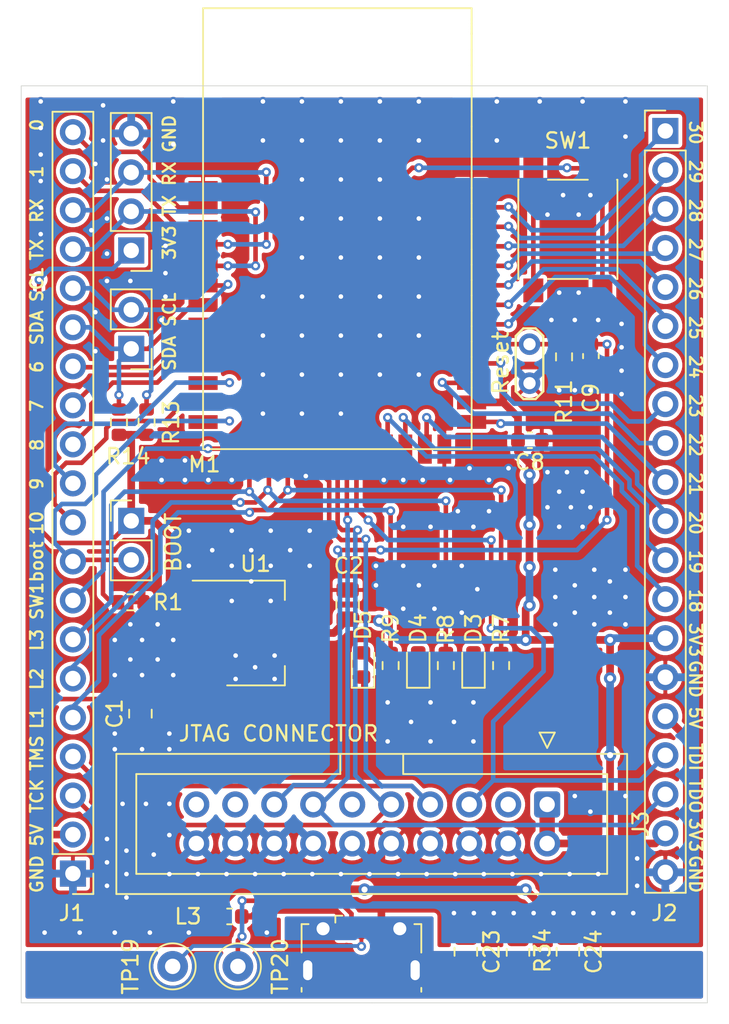
<source format=kicad_pcb>
(kicad_pcb (version 20171130) (host pcbnew "(5.1.10)-1")
  (layers (0 F.Cu signal) (31 B.Cu signal) (34 B.Paste user) (35 F.Paste user) (36 B.SilkS user) (37 F.SilkS user) (38 B.Mask user) (39 F.Mask user) (44 Edge.Cuts user))
  (net 0 "")
  (net 1 +5V)
  (net 2 GND)
  (net 3 +3V3)
  (net 4 nReset)
  (net 5 Shield)
  (net 6 "Net-(D3-Pad2)")
  (net 7 "Net-(D4-Pad2)")
  (net 8 "Net-(D5-Pad2)")
  (net 9 JTAG_TDO)
  (net 10 JTAG_TCK)
  (net 11 JTAG_TMS)
  (net 12 JTAG_TDI)
  (net 13 D+)
  (net 14 "Net-(J4-Pad1)")
  (net 15 D-)
  (net 16 DIO_30)
  (net 17 DIO_29)
  (net 18 DIO_28)
  (net 19 DIO_27)
  (net 20 DIO_26)
  (net 21 DIO_25)
  (net 22 DIO_24)
  (net 23 DIO_23)
  (net 24 DIO_22)
  (net 25 DIO_0)
  (net 26 DIO_1)
  (net 27 UART_RX)
  (net 28 UART_TX)
  (net 29 I2C_SCL)
  (net 30 I2C_SDA)
  (net 31 DIO_6)
  (net 32 DIO_7)
  (net 33 DIO_8)
  (net 34 DIO_9)
  (net 35 DIO_10)
  (net 36 BOOT_ENABLE)
  (net 37 WakeUP_Sleep)
  (net 38 LED_3)
  (net 39 LED_2)
  (net 40 LED_1)
  (net 41 DIO_18)
  (net 42 DIO_19)
  (net 43 DIO_20)
  (net 44 DIO_21)
  (net 45 "Net-(SW1-Pad1)")
  (module Connector_USB:USB_Micro-B_Molex-105017-0001 (layer F.Cu) (at 125.8 68.0125)
    (fp_text reference "JTAG CONNECTOR" (at -5.404 -14.1645) (layer F.SilkS))
    (fp_text value USB_B_Micro)
    (pad 6 smd rect (at -2.9 1.2375) (size 1.2 1.9) (layers F.Cu F.Mask) (net 5 Shield))
    (pad 6 smd rect (at 2.9 1.2375) (size 1.2 1.9) (layers F.Cu F.Mask) (net 5 Shield))
    (pad 6 thru_hole oval (at 3.5 1.2375) (size 1.2 1.9) (drill oval 0.6 1.3) (layers *.Cu *.Mask) (net 5 Shield))
    (pad 6 thru_hole oval (at -3.5 1.2375 180) (size 1.2 1.9) (drill oval 0.6 1.3) (layers *.Cu *.Mask) (net 5 Shield))
    (pad 6 smd rect (at -1 1.2375) (size 1.5 1.9) (layers F.Cu F.Paste F.Mask) (net 5 Shield))
    (pad 6 thru_hole circle (at 2.5 -1.4625) (size 1.45 1.45) (drill 0.85) (layers *.Cu *.Mask) (net 5 Shield))
    (pad 3 smd rect (at 0 -1.4625) (size 0.4 1.35) (layers F.Cu F.Paste F.Mask) (net 13 D+))
    (pad 4 smd rect (at 0.65 -1.4625) (size 0.4 1.35) (layers F.Cu F.Paste F.Mask))
    (pad 5 smd rect (at 1.3 -1.4625) (size 0.4 1.35) (layers F.Cu F.Paste F.Mask) (net 2 GND))
    (pad 1 smd rect (at -1.3 -1.4625) (size 0.4 1.35) (layers F.Cu F.Paste F.Mask) (net 14 "Net-(J4-Pad1)"))
    (pad 2 smd rect (at -0.65 -1.4625) (size 0.4 1.35) (layers F.Cu F.Paste F.Mask) (net 15 D-))
    (pad 6 thru_hole circle (at -2.5 -1.4625) (size 1.45 1.45) (drill 0.85) (layers *.Cu *.Mask) (net 5 Shield))
    (pad 6 smd rect (at 1 1.2375) (size 1.5 1.9) (layers F.Cu F.Paste F.Mask) (net 5 Shield))
  )
  (module Package_TO_SOT_SMD:SOT-223 (layer F.Cu) (at 118.9 47.3)
    (fp_text reference U1 (at 0 -4.5) (layer F.SilkS))
    (fp_text value LM1117-3.3)
    (pad 1 smd rect (at -3.15 -2.3) (size 2 1.5) (layers F.Cu F.Paste F.Mask) (net 2 GND))
    (pad 3 smd rect (at -3.15 2.3) (size 2 1.5) (layers F.Cu F.Paste F.Mask) (net 1 +5V))
    (pad 2 smd rect (at -3.15 0) (size 2 1.5) (layers F.Cu F.Paste F.Mask) (net 3 +3V3))
    (pad 4 smd rect (at 3.15 0) (size 2 3.8) (layers F.Cu F.Paste F.Mask) (net 3 +3V3))
  )
  (module Button_Switch_SMD:SW_Push_1P1T_NO_6x6mm_H9.5mm (layer F.Cu) (at 139.25 21.025 90)
    (fp_text reference SW1 (at 5.775 0 180) (layer F.SilkS))
    (fp_text value SW1)
    (pad 2 smd rect (at 3.975 2.25 90) (size 1.55 1.3) (layers F.Cu F.Paste F.Mask) (net 37 WakeUP_Sleep))
    (pad 1 smd rect (at 3.975 -2.25 90) (size 1.55 1.3) (layers F.Cu F.Paste F.Mask) (net 45 "Net-(SW1-Pad1)"))
    (pad 1 smd rect (at -3.975 -2.25 90) (size 1.55 1.3) (layers F.Cu F.Paste F.Mask) (net 45 "Net-(SW1-Pad1)"))
    (pad 2 smd rect (at -3.975 2.25 90) (size 1.55 1.3) (layers F.Cu F.Paste F.Mask) (net 37 WakeUP_Sleep))
  )
  (module Connector_PinHeader_2.54mm:PinHeader_1x02_P2.54mm_Vertical (layer F.Cu) (at 110.8 28.8 180)
    (fp_text reference "SDA SCL" (at -2.484 1.114 90) (layer F.SilkS) (effects (font (size 0.8 0.8))))
    (fp_text value Conn_01x02_Male)
    (pad 2 thru_hole oval (at 0 2.54 180) (size 1.7 1.7) (drill 1) (layers *.Cu *.Mask) (net 29 I2C_SCL))
    (pad 1 thru_hole rect (at 0 0 180) (size 1.7 1.7) (drill 1) (layers *.Cu *.Mask) (net 30 I2C_SDA))
  )
  (module Connector_PinHeader_2.54mm:PinHeader_1x04_P2.54mm_Vertical (layer F.Cu) (at 110.8 22.4 180)
    (fp_text reference "3V3 TX RX GND" (at -2.484 4.112 90) (layer F.SilkS) (effects (font (size 0.8 0.8))))
    (fp_text value Conn_01x04_Male)
    (pad 4 thru_hole oval (at 0 7.62 180) (size 1.7 1.7) (drill 1) (layers *.Cu *.Mask) (net 2 GND))
    (pad 3 thru_hole oval (at 0 5.08 180) (size 1.7 1.7) (drill 1) (layers *.Cu *.Mask) (net 27 UART_RX))
    (pad 2 thru_hole oval (at 0 2.54 180) (size 1.7 1.7) (drill 1) (layers *.Cu *.Mask) (net 28 UART_TX))
    (pad 1 thru_hole rect (at 0 0 180) (size 1.7 1.7) (drill 1) (layers *.Cu *.Mask) (net 3 +3V3))
  )
  (module Connector_PinHeader_2.54mm:PinHeader_1x20_P2.54mm_Vertical (layer F.Cu) (at 145.6 14.62)
    (fp_text reference J2 (at -0.058 50.912) (layer F.SilkS))
    (fp_text value Conn_01x20_Male)
    (pad 20 thru_hole oval (at 0 48.26) (size 1.7 1.7) (drill 1) (layers *.Cu *.Mask) (net 2 GND))
    (pad 19 thru_hole oval (at 0 45.72) (size 1.7 1.7) (drill 1) (layers *.Cu *.Mask) (net 3 +3V3))
    (pad 18 thru_hole oval (at 0 43.18) (size 1.7 1.7) (drill 1) (layers *.Cu *.Mask) (net 9 JTAG_TDO))
    (pad 17 thru_hole oval (at 0 40.64) (size 1.7 1.7) (drill 1) (layers *.Cu *.Mask) (net 12 JTAG_TDI))
    (pad 16 thru_hole oval (at 0 38.1) (size 1.7 1.7) (drill 1) (layers *.Cu *.Mask) (net 1 +5V))
    (pad 15 thru_hole oval (at 0 35.56) (size 1.7 1.7) (drill 1) (layers *.Cu *.Mask) (net 2 GND))
    (pad 14 thru_hole oval (at 0 33.02) (size 1.7 1.7) (drill 1) (layers *.Cu *.Mask) (net 3 +3V3))
    (pad 13 thru_hole oval (at 0 30.48) (size 1.7 1.7) (drill 1) (layers *.Cu *.Mask) (net 41 DIO_18))
    (pad 12 thru_hole oval (at 0 27.94) (size 1.7 1.7) (drill 1) (layers *.Cu *.Mask) (net 42 DIO_19))
    (pad 11 thru_hole oval (at 0 25.4) (size 1.7 1.7) (drill 1) (layers *.Cu *.Mask) (net 43 DIO_20))
    (pad 10 thru_hole oval (at 0 22.86) (size 1.7 1.7) (drill 1) (layers *.Cu *.Mask) (net 44 DIO_21))
    (pad 9 thru_hole oval (at 0 20.32) (size 1.7 1.7) (drill 1) (layers *.Cu *.Mask) (net 24 DIO_22))
    (pad 8 thru_hole oval (at 0 17.78) (size 1.7 1.7) (drill 1) (layers *.Cu *.Mask) (net 23 DIO_23))
    (pad 7 thru_hole oval (at 0 15.24) (size 1.7 1.7) (drill 1) (layers *.Cu *.Mask) (net 22 DIO_24))
    (pad 6 thru_hole oval (at 0 12.7) (size 1.7 1.7) (drill 1) (layers *.Cu *.Mask) (net 21 DIO_25))
    (pad 5 thru_hole oval (at 0 10.16) (size 1.7 1.7) (drill 1) (layers *.Cu *.Mask) (net 20 DIO_26))
    (pad 4 thru_hole oval (at 0 7.62) (size 1.7 1.7) (drill 1) (layers *.Cu *.Mask) (net 19 DIO_27))
    (pad 3 thru_hole oval (at 0 5.08) (size 1.7 1.7) (drill 1) (layers *.Cu *.Mask) (net 18 DIO_28))
    (pad 2 thru_hole oval (at 0 2.54) (size 1.7 1.7) (drill 1) (layers *.Cu *.Mask) (net 17 DIO_29))
    (pad 1 thru_hole rect (at 0 0) (size 1.7 1.7) (drill 1) (layers *.Cu *.Mask) (net 16 DIO_30))
  )
  (module Connector_PinHeader_2.54mm:PinHeader_1x20_P2.54mm_Vertical (layer F.Cu) (at 107 62.96 180)
    (fp_text reference J1 (at 0.066 -2.572) (layer F.SilkS))
    (fp_text value Conn_01x20_Male)
    (pad 20 thru_hole oval (at 0 48.26 180) (size 1.7 1.7) (drill 1) (layers *.Cu *.Mask) (net 25 DIO_0))
    (pad 19 thru_hole oval (at 0 45.72 180) (size 1.7 1.7) (drill 1) (layers *.Cu *.Mask) (net 26 DIO_1))
    (pad 18 thru_hole oval (at 0 43.18 180) (size 1.7 1.7) (drill 1) (layers *.Cu *.Mask) (net 27 UART_RX))
    (pad 17 thru_hole oval (at 0 40.64 180) (size 1.7 1.7) (drill 1) (layers *.Cu *.Mask) (net 28 UART_TX))
    (pad 16 thru_hole oval (at 0 38.1 180) (size 1.7 1.7) (drill 1) (layers *.Cu *.Mask) (net 29 I2C_SCL))
    (pad 15 thru_hole oval (at 0 35.56 180) (size 1.7 1.7) (drill 1) (layers *.Cu *.Mask) (net 30 I2C_SDA))
    (pad 14 thru_hole oval (at 0 33.02 180) (size 1.7 1.7) (drill 1) (layers *.Cu *.Mask) (net 31 DIO_6))
    (pad 13 thru_hole oval (at 0 30.48 180) (size 1.7 1.7) (drill 1) (layers *.Cu *.Mask) (net 32 DIO_7))
    (pad 12 thru_hole oval (at 0 27.94 180) (size 1.7 1.7) (drill 1) (layers *.Cu *.Mask) (net 33 DIO_8))
    (pad 11 thru_hole oval (at 0 25.4 180) (size 1.7 1.7) (drill 1) (layers *.Cu *.Mask) (net 34 DIO_9))
    (pad 10 thru_hole oval (at 0 22.86 180) (size 1.7 1.7) (drill 1) (layers *.Cu *.Mask) (net 35 DIO_10))
    (pad 9 thru_hole oval (at 0 20.32 180) (size 1.7 1.7) (drill 1) (layers *.Cu *.Mask) (net 36 BOOT_ENABLE))
    (pad 8 thru_hole oval (at 0 17.78 180) (size 1.7 1.7) (drill 1) (layers *.Cu *.Mask) (net 37 WakeUP_Sleep))
    (pad 7 thru_hole oval (at 0 15.24 180) (size 1.7 1.7) (drill 1) (layers *.Cu *.Mask) (net 38 LED_3))
    (pad 6 thru_hole oval (at 0 12.7 180) (size 1.7 1.7) (drill 1) (layers *.Cu *.Mask) (net 39 LED_2))
    (pad 5 thru_hole oval (at 0 10.16 180) (size 1.7 1.7) (drill 1) (layers *.Cu *.Mask) (net 40 LED_1))
    (pad 4 thru_hole oval (at 0 7.62 180) (size 1.7 1.7) (drill 1) (layers *.Cu *.Mask) (net 11 JTAG_TMS))
    (pad 3 thru_hole oval (at 0 5.08 180) (size 1.7 1.7) (drill 1) (layers *.Cu *.Mask) (net 10 JTAG_TCK))
    (pad 2 thru_hole oval (at 0 2.54 180) (size 1.7 1.7) (drill 1) (layers *.Cu *.Mask) (net 1 +5V))
    (pad 1 thru_hole rect (at 0 0 180) (size 1.7 1.7) (drill 1) (layers *.Cu *.Mask) (net 2 GND))
  )
  (module TestPoint:TestPoint_Loop_D1.80mm_Drill1.0mm_Beaded (layer F.Cu) (at 117.75 69)
    (fp_text reference TP20 (at 2.75 0 90) (layer F.SilkS))
    (fp_text value TestPoint)
    (pad 1 thru_hole circle (at 0 0) (size 2 2) (drill 1) (layers *.Cu *.Mask) (net 15 D-))
  )
  (module TestPoint:TestPoint_Loop_D1.80mm_Drill1.0mm_Beaded (layer F.Cu) (at 113.5 69)
    (fp_text reference TP19 (at -2.75 0 90) (layer F.SilkS))
    (fp_text value TestPoint)
    (pad 1 thru_hole circle (at 0 0) (size 2 2) (drill 1) (layers *.Cu *.Mask) (net 13 D+))
  )
  (module Connector_PinHeader_2.54mm:PinHeader_1x02_P2.54mm_Vertical (layer F.Cu) (at 110.8 40)
    (fp_text reference BOOT (at 2.738 1.402 90) (layer F.SilkS))
    (fp_text value SW1)
    (pad 2 thru_hole oval (at 0 2.54) (size 1.7 1.7) (drill 1) (layers *.Cu *.Mask) (net 36 BOOT_ENABLE))
    (pad 1 thru_hole rect (at 0 0) (size 1.7 1.7) (drill 1) (layers *.Cu *.Mask) (net 3 +3V3))
  )
  (module Resistor_SMD:R_0805_2012Metric (layer F.Cu) (at 136 68.0875 90)
    (fp_text reference R34 (at 0.1125 1.6 90) (layer F.SilkS))
    (fp_text value 1M)
    (pad 2 smd roundrect (at 0.9125 0 90) (size 1.025 1.4) (layers F.Cu F.Paste F.Mask) (roundrect_rratio 0.2439014634146341) (net 2 GND))
    (pad 1 smd roundrect (at -0.9125 0 90) (size 1.025 1.4) (layers F.Cu F.Paste F.Mask) (roundrect_rratio 0.2439014634146341) (net 5 Shield))
  )
  (module Resistor_SMD:R_0603_1608Metric (layer F.Cu) (at 110 33.575 270)
    (fp_text reference R14 (at 2.225 -0.6 180) (layer F.SilkS))
    (fp_text value 10K)
    (pad 2 smd roundrect (at 0.825 0 270) (size 0.8 0.95) (layers F.Cu F.Paste F.Mask) (net 3 +3V3))
    (pad 1 smd roundrect (at -0.825 0 270) (size 0.8 0.95) (layers F.Cu F.Paste F.Mask) (net 30 I2C_SDA))
  )
  (module Resistor_SMD:R_0603_1608Metric (layer F.Cu) (at 111.8 33.575 270)
    (fp_text reference R13 (at 0.025 -1.6 270) (layer F.SilkS))
    (fp_text value 10K)
    (pad 2 smd roundrect (at 0.825 0 270) (size 0.8 0.95) (layers F.Cu F.Paste F.Mask) (net 3 +3V3))
    (pad 1 smd roundrect (at -0.825 0 270) (size 0.8 0.95) (layers F.Cu F.Paste F.Mask) (net 29 I2C_SCL))
  )
  (module Resistor_SMD:R_0603_1608Metric (layer F.Cu) (at 139 29.325 270)
    (fp_text reference R11 (at 2.925 0 90) (layer F.SilkS))
    (fp_text value 100K)
    (pad 2 smd roundrect (at 0.825 0 270) (size 0.8 0.95) (layers F.Cu F.Paste F.Mask) (net 3 +3V3))
    (pad 1 smd roundrect (at -0.825 0 270) (size 0.8 0.95) (layers F.Cu F.Paste F.Mask) (net 4 nReset))
  )
  (module Resistor_SMD:R_0603_1608Metric (layer F.Cu) (at 127.7 49.42 90)
    (fp_text reference R9 (at 2.425 0 90) (layer F.SilkS))
    (fp_text value 300R)
    (pad 2 smd roundrect (at 0.825 0 90) (size 0.8 0.95) (layers F.Cu F.Paste F.Mask) (net 38 LED_3))
    (pad 1 smd roundrect (at -0.825 0 90) (size 0.8 0.95) (layers F.Cu F.Paste F.Mask) (net 8 "Net-(D5-Pad2)"))
  )
  (module Resistor_SMD:R_0603_1608Metric (layer F.Cu) (at 131.3 49.42 90)
    (fp_text reference R8 (at 2.375 0 90) (layer F.SilkS))
    (fp_text value 300R)
    (pad 2 smd roundrect (at 0.825 0 90) (size 0.8 0.95) (layers F.Cu F.Paste F.Mask) (net 39 LED_2))
    (pad 1 smd roundrect (at -0.825 0 90) (size 0.8 0.95) (layers F.Cu F.Paste F.Mask) (net 7 "Net-(D4-Pad2)"))
  )
  (module Resistor_SMD:R_0603_1608Metric (layer F.Cu) (at 134.9 49.42 90)
    (fp_text reference R7 (at 2.425 0 90) (layer F.SilkS))
    (fp_text value 300R)
    (pad 2 smd roundrect (at 0.825 0 90) (size 0.8 0.95) (layers F.Cu F.Paste F.Mask) (net 40 LED_1))
    (pad 1 smd roundrect (at -0.825 0 90) (size 0.8 0.95) (layers F.Cu F.Paste F.Mask) (net 6 "Net-(D3-Pad2)"))
  )
  (module Resistor_SMD:R_0603_1608Metric (layer F.Cu) (at 110.775 45.3)
    (fp_text reference R1 (at 2.425 0) (layer F.SilkS))
    (fp_text value 10K)
    (pad 2 smd roundrect (at 0.825 0) (size 0.8 0.95) (layers F.Cu F.Paste F.Mask) (net 2 GND))
    (pad 1 smd roundrect (at -0.825 0) (size 0.8 0.95) (layers F.Cu F.Paste F.Mask) (net 36 BOOT_ENABLE))
  )
  (module Module:E104-BT51 (layer F.Cu) (at 128.98 37.33 180)
    (fp_text reference M1 (at 13.41 1.008) (layer F.SilkS))
    (fp_text value E104-BT51)
    (pad 42 smd rect (at -4 24.09 270) (size 0.9 1.9) (layers F.Cu F.Paste F.Mask) (net 2 GND))
    (pad 41 smd rect (at -4 22.82 270) (size 0.9 1.9) (layers F.Cu F.Paste F.Mask) (net 2 GND))
    (pad 40 smd rect (at -4 19.01 270) (size 0.9 1.9) (layers F.Cu F.Paste F.Mask) (net 2 GND))
    (pad 39 smd rect (at -4 17.74 270) (size 0.9 1.9) (layers F.Cu F.Paste F.Mask) (net 16 DIO_30))
    (pad 38 smd rect (at -4 16.47 270) (size 0.9 1.9) (layers F.Cu F.Paste F.Mask) (net 17 DIO_29))
    (pad 37 smd rect (at -4 15.2 270) (size 0.9 1.9) (layers F.Cu F.Paste F.Mask) (net 18 DIO_28))
    (pad 36 smd rect (at -4 13.93 270) (size 0.9 1.9) (layers F.Cu F.Paste F.Mask) (net 19 DIO_27))
    (pad 35 smd rect (at -4 12.66 270) (size 0.9 1.9) (layers F.Cu F.Paste F.Mask) (net 20 DIO_26))
    (pad 34 smd rect (at -4 11.39 270) (size 0.9 1.9) (layers F.Cu F.Paste F.Mask) (net 21 DIO_25))
    (pad 33 smd rect (at -4 10.12 270) (size 0.9 1.9) (layers F.Cu F.Paste F.Mask) (net 22 DIO_24))
    (pad 32 smd rect (at -4 8.85 270) (size 0.9 1.9) (layers F.Cu F.Paste F.Mask) (net 4 nReset))
    (pad 31 smd rect (at -4 7.58 270) (size 0.9 1.9) (layers F.Cu F.Paste F.Mask) (net 23 DIO_23))
    (pad 30 smd rect (at -4 6.31 270) (size 0.9 1.9) (layers F.Cu F.Paste F.Mask) (net 24 DIO_22))
    (pad 29 smd rect (at -4 5.04 270) (size 0.9 1.9) (layers F.Cu F.Paste F.Mask) (net 3 +3V3))
    (pad 1 smd rect (at 13.5 24.08 270) (size 0.9 1.9) (layers F.Cu F.Paste F.Mask) (net 2 GND))
    (pad 2 smd rect (at 13.5 22.81 90) (size 0.9 1.9) (layers F.Cu F.Paste F.Mask) (net 2 GND))
    (pad 3 smd rect (at 13.5 19 90) (size 0.9 1.9) (layers F.Cu F.Paste F.Mask) (net 2 GND))
    (pad 4 smd rect (at 13.5 17.73 90) (size 0.9 1.9) (layers F.Cu F.Paste F.Mask) (net 25 DIO_0))
    (pad 5 smd rect (at 13.5 16.46 90) (size 0.9 1.9) (layers F.Cu F.Paste F.Mask) (net 26 DIO_1))
    (pad 6 smd rect (at 13.5 15.19 90) (size 0.9 1.9) (layers F.Cu F.Paste F.Mask) (net 27 UART_RX))
    (pad 7 smd rect (at 13.5 13.92 90) (size 0.9 1.9) (layers F.Cu F.Paste F.Mask) (net 28 UART_TX))
    (pad 8 smd rect (at 13.5 12.65 90) (size 0.9 1.9) (layers F.Cu F.Paste F.Mask) (net 29 I2C_SCL))
    (pad 9 smd rect (at 13.5 11.38 90) (size 0.9 1.9) (layers F.Cu F.Paste F.Mask) (net 30 I2C_SDA))
    (pad 10 smd rect (at 13.5 10.11 90) (size 0.9 1.9) (layers F.Cu F.Paste F.Mask) (net 31 DIO_6))
    (pad 11 smd rect (at 13.5 8.84 90) (size 0.9 1.9) (layers F.Cu F.Paste F.Mask) (net 32 DIO_7))
    (pad 12 smd rect (at 13.5 7.57 90) (size 0.9 1.9) (layers F.Cu F.Paste F.Mask) (net 33 DIO_8))
    (pad 13 smd rect (at 13.5 6.3 90) (size 0.9 1.9) (layers F.Cu F.Paste F.Mask) (net 34 DIO_9))
    (pad 14 smd rect (at 13.5 5.03 90) (size 0.9 1.9) (layers F.Cu F.Paste F.Mask) (net 35 DIO_10))
    (pad 15 smd rect (at 13.5 3.76 90) (size 0.9 1.9) (layers F.Cu F.Paste F.Mask) (net 36 BOOT_ENABLE))
    (pad 16 smd rect (at 11.75 2 180) (size 0.9 1.9) (layers F.Cu F.Paste F.Mask) (net 37 WakeUP_Sleep))
    (pad 17 smd rect (at 10.48 2 180) (size 0.9 1.9) (layers F.Cu F.Paste F.Mask) (net 38 LED_3))
    (pad 18 smd rect (at 9.21 2 180) (size 0.9 1.9) (layers F.Cu F.Paste F.Mask) (net 39 LED_2))
    (pad 19 smd rect (at 7.94 2 180) (size 0.9 1.9) (layers F.Cu F.Paste F.Mask) (net 40 LED_1))
    (pad 20 smd rect (at 6.67 2 180) (size 0.9 1.9) (layers F.Cu F.Paste F.Mask) (net 11 JTAG_TMS))
    (pad 21 smd rect (at 5.4 2 180) (size 0.9 1.9) (layers F.Cu F.Paste F.Mask) (net 10 JTAG_TCK))
    (pad 22 smd rect (at 4.13 2 180) (size 0.9 1.9) (layers F.Cu F.Paste F.Mask) (net 9 JTAG_TDO))
    (pad 23 smd rect (at 2.86 2 180) (size 0.9 1.9) (layers F.Cu F.Paste F.Mask) (net 12 JTAG_TDI))
    (pad 24 smd rect (at 1.59 2 180) (size 0.9 1.9) (layers F.Cu F.Paste F.Mask) (net 41 DIO_18))
    (pad 25 smd rect (at 0.32 2 180) (size 0.9 1.9) (layers F.Cu F.Paste F.Mask) (net 42 DIO_19))
    (pad 26 smd rect (at -0.95 2 180) (size 0.9 1.9) (layers F.Cu F.Paste F.Mask) (net 43 DIO_20))
    (pad 27 smd rect (at -2.22 2 180) (size 0.9 1.9) (layers F.Cu F.Paste F.Mask) (net 2 GND))
    (pad 28 smd rect (at -4 3.77 270) (size 0.9 1.9) (layers F.Cu F.Paste F.Mask) (net 44 DIO_21))
  )
  (module Inductor_SMD:L_0603_1608Metric (layer F.Cu) (at 117.2125 65.75 180)
    (fp_text reference L3 (at 2.7125 0) (layer F.SilkS))
    (fp_text value 600)
    (pad 2 smd roundrect (at 0.7875 0 180) (size 0.875 0.95) (layers F.Cu F.Paste F.Mask) (net 1 +5V))
    (pad 1 smd roundrect (at -0.7875 0 180) (size 0.875 0.95) (layers F.Cu F.Paste F.Mask) (net 14 "Net-(J4-Pad1)"))
  )
  (module TestPoint:TestPoint_2Pads_Pitch2.54mm_Drill0.8mm (layer F.Cu) (at 136.75 28.5 270)
    (fp_text reference Reset (at 1.218 1.876 270) (layer F.SilkS))
    (fp_text value Reset)
    (pad 2 thru_hole circle (at 2.54 0 270) (size 1.4 1.4) (drill 0.8) (layers *.Cu *.Mask) (net 2 GND))
    (pad 1 thru_hole circle (at 0 0 270) (size 1.4 1.4) (drill 0.8) (layers *.Cu *.Mask) (net 4 nReset))
  )
  (module Connector_IDC:IDC-Header_2x10_P2.54mm_Vertical (layer F.Cu) (at 137.9 58.46 270)
    (fp_text reference J3 (at 1.27 -6.1 90) (layer F.SilkS))
    (fp_text value Conn_ARM_JTAG_SWD_20)
    (pad 20 thru_hole circle (at 2.54 22.86 270) (size 1.7 1.7) (drill 1) (layers *.Cu *.Mask) (net 2 GND))
    (pad 18 thru_hole circle (at 2.54 20.32 270) (size 1.7 1.7) (drill 1) (layers *.Cu *.Mask) (net 2 GND))
    (pad 16 thru_hole circle (at 2.54 17.78 270) (size 1.7 1.7) (drill 1) (layers *.Cu *.Mask) (net 2 GND))
    (pad 14 thru_hole circle (at 2.54 15.24 270) (size 1.7 1.7) (drill 1) (layers *.Cu *.Mask) (net 2 GND))
    (pad 12 thru_hole circle (at 2.54 12.7 270) (size 1.7 1.7) (drill 1) (layers *.Cu *.Mask) (net 2 GND))
    (pad 10 thru_hole circle (at 2.54 10.16 270) (size 1.7 1.7) (drill 1) (layers *.Cu *.Mask) (net 2 GND))
    (pad 8 thru_hole circle (at 2.54 7.62 270) (size 1.7 1.7) (drill 1) (layers *.Cu *.Mask) (net 2 GND))
    (pad 6 thru_hole circle (at 2.54 5.08 270) (size 1.7 1.7) (drill 1) (layers *.Cu *.Mask) (net 2 GND))
    (pad 4 thru_hole circle (at 2.54 2.54 270) (size 1.7 1.7) (drill 1) (layers *.Cu *.Mask) (net 2 GND))
    (pad 2 thru_hole circle (at 2.54 0 270) (size 1.7 1.7) (drill 1) (layers *.Cu *.Mask) (net 3 +3V3))
    (pad 19 thru_hole circle (at 0 22.86 270) (size 1.7 1.7) (drill 1) (layers *.Cu *.Mask))
    (pad 17 thru_hole circle (at 0 20.32 270) (size 1.7 1.7) (drill 1) (layers *.Cu *.Mask))
    (pad 15 thru_hole circle (at 0 17.78 270) (size 1.7 1.7) (drill 1) (layers *.Cu *.Mask) (net 4 nReset))
    (pad 13 thru_hole circle (at 0 15.24 270) (size 1.7 1.7) (drill 1) (layers *.Cu *.Mask) (net 9 JTAG_TDO))
    (pad 11 thru_hole circle (at 0 12.7 270) (size 1.7 1.7) (drill 1) (layers *.Cu *.Mask))
    (pad 9 thru_hole circle (at 0 10.16 270) (size 1.7 1.7) (drill 1) (layers *.Cu *.Mask) (net 10 JTAG_TCK))
    (pad 7 thru_hole circle (at 0 7.62 270) (size 1.7 1.7) (drill 1) (layers *.Cu *.Mask) (net 11 JTAG_TMS))
    (pad 5 thru_hole circle (at 0 5.08 270) (size 1.7 1.7) (drill 1) (layers *.Cu *.Mask) (net 12 JTAG_TDI))
    (pad 3 thru_hole circle (at 0 2.54 270) (size 1.7 1.7) (drill 1) (layers *.Cu *.Mask))
    (pad 1 thru_hole roundrect (at 0 0 270) (size 1.7 1.7) (drill 1) (layers *.Cu *.Mask) (roundrect_rratio 0.1470588235294118) (net 3 +3V3))
  )
  (module LED_SMD:LED_0603_1608Metric (layer F.Cu) (at 125.9 49.38 90)
    (fp_text reference D5 (at 2.5875 0 90) (layer F.SilkS))
    (fp_text value LED_Small)
    (pad 2 smd roundrect (at 0.7875 0 90) (size 0.875 0.95) (layers F.Cu F.Paste F.Mask) (net 8 "Net-(D5-Pad2)"))
    (pad 1 smd roundrect (at -0.7875 0 90) (size 0.875 0.95) (layers F.Cu F.Paste F.Mask) (net 2 GND))
  )
  (module LED_SMD:LED_0603_1608Metric (layer F.Cu) (at 129.5 49.38 90)
    (fp_text reference D4 (at 2.3875 0 90) (layer F.SilkS))
    (fp_text value LED_Small)
    (pad 2 smd roundrect (at 0.7875 0 90) (size 0.875 0.95) (layers F.Cu F.Paste F.Mask) (net 7 "Net-(D4-Pad2)"))
    (pad 1 smd roundrect (at -0.7875 0 90) (size 0.875 0.95) (layers F.Cu F.Paste F.Mask) (net 2 GND))
  )
  (module LED_SMD:LED_0603_1608Metric (layer F.Cu) (at 133.1 49.38 90)
    (fp_text reference D3 (at 2.3875 0 90) (layer F.SilkS))
    (fp_text value LED_Small)
    (pad 2 smd roundrect (at 0.7875 0 90) (size 0.875 0.95) (layers F.Cu F.Paste F.Mask) (net 6 "Net-(D3-Pad2)"))
    (pad 1 smd roundrect (at -0.7875 0 90) (size 0.875 0.95) (layers F.Cu F.Paste F.Mask) (net 2 GND))
  )
  (module Capacitor_SMD:C_0805_2012Metric (layer F.Cu) (at 139.25 68.05 270)
    (fp_text reference C24 (at 0 -1.68 90) (layer F.SilkS))
    (fp_text value 10n)
    (pad 2 smd roundrect (at 0.95 0 270) (size 1 1.45) (layers F.Cu F.Paste F.Mask) (net 5 Shield))
    (pad 1 smd roundrect (at -0.95 0 270) (size 1 1.45) (layers F.Cu F.Paste F.Mask) (net 2 GND))
  )
  (module Capacitor_SMD:C_0805_2012Metric (layer F.Cu) (at 132.6 68.05 270)
    (fp_text reference C23 (at 0 -1.68 90) (layer F.SilkS))
    (fp_text value 100n)
    (pad 2 smd roundrect (at 0.95 0 270) (size 1 1.45) (layers F.Cu F.Paste F.Mask) (net 5 Shield))
    (pad 1 smd roundrect (at -0.95 0 270) (size 1 1.45) (layers F.Cu F.Paste F.Mask) (net 2 GND))
  )
  (module Capacitor_SMD:C_0603_1608Metric (layer F.Cu) (at 140.75 29.275 90)
    (fp_text reference C9 (at -2.725 0 90) (layer F.SilkS))
    (fp_text value 100n)
    (pad 2 smd roundrect (at 0.775 0 90) (size 0.9 0.95) (layers F.Cu F.Paste F.Mask) (net 4 nReset))
    (pad 1 smd roundrect (at -0.775 0 90) (size 0.9 0.95) (layers F.Cu F.Paste F.Mask) (net 2 GND))
  )
  (module Capacitor_SMD:C_0603_1608Metric (layer F.Cu) (at 136.775 34.75 180)
    (fp_text reference C8 (at 0 -1.43) (layer F.SilkS))
    (fp_text value 100n)
    (pad 2 smd roundrect (at 0.775 0 180) (size 0.9 0.95) (layers F.Cu F.Paste F.Mask) (net 3 +3V3))
    (pad 1 smd roundrect (at -0.775 0 180) (size 0.9 0.95) (layers F.Cu F.Paste F.Mask) (net 2 GND))
  )
  (module Capacitor_SMD:C_0805_2012Metric (layer F.Cu) (at 124.9 45.45 90)
    (fp_text reference C2 (at 2.524 0.068 180) (layer F.SilkS))
    (fp_text value 10u)
    (pad 2 smd roundrect (at 0.95 0 90) (size 1 1.45) (layers F.Cu F.Paste F.Mask) (net 2 GND))
    (pad 1 smd roundrect (at -0.95 0 90) (size 1 1.45) (layers F.Cu F.Paste F.Mask) (net 3 +3V3))
  )
  (module Capacitor_SMD:C_0805_2012Metric (layer F.Cu) (at 111.4 52.55 90)
    (fp_text reference C1 (at 0 -1.68 90) (layer F.SilkS))
    (fp_text value 10u)
    (pad 2 smd roundrect (at 0.95 0 90) (size 1 1.45) (layers F.Cu F.Paste F.Mask) (net 1 +5V))
    (pad 1 smd roundrect (at -0.95 0 90) (size 1 1.45) (layers F.Cu F.Paste F.Mask) (net 2 GND))
  )
  (gr_text "30\n" (at 147.574 14.732 -90) (layer F.SilkS) (effects (font (size 0.8 0.8))))
  (gr_text 29 (at 147.574 17.272 -90) (layer F.SilkS) (effects (font (size 0.8 0.8))))
  (gr_text 28 (at 147.574 19.812 -90) (layer F.SilkS) (effects (font (size 0.8 0.8))))
  (gr_text 27 (at 147.574 22.352 -90) (layer F.SilkS) (effects (font (size 0.8 0.8))))
  (gr_text 26 (at 147.574 24.892 -90) (layer F.SilkS) (effects (font (size 0.8 0.8))))
  (gr_text 25 (at 147.574 27.432 -90) (layer F.SilkS) (effects (font (size 0.8 0.8))))
  (gr_text 24 (at 147.574 29.972 -90) (layer F.SilkS) (effects (font (size 0.8 0.8))))
  (gr_text 23 (at 147.574 32.512 -90) (layer F.SilkS) (effects (font (size 0.8 0.8))))
  (gr_text 22 (at 147.574 35.052 -90) (layer F.SilkS) (effects (font (size 0.8 0.8))))
  (gr_text 21 (at 147.574 37.592 -90) (layer F.SilkS) (effects (font (size 0.8 0.8))))
  (gr_text 20 (at 147.574 40.132 -90) (layer F.SilkS) (effects (font (size 0.8 0.8))))
  (gr_text 19 (at 147.574 42.672 -90) (layer F.SilkS) (effects (font (size 0.8 0.8))))
  (gr_text 18 (at 147.574 45.212 -90) (layer F.SilkS) (effects (font (size 0.8 0.8))))
  (gr_text 3V3 (at 147.574 47.752 -90) (layer F.SilkS) (effects (font (size 0.8 0.8))))
  (gr_text GND (at 147.574 50.292 -90) (layer F.SilkS) (effects (font (size 0.8 0.8))))
  (gr_text 5V (at 147.574 52.832 -90) (layer F.SilkS) (effects (font (size 0.8 0.8))))
  (gr_text TDI (at 147.574 55.372 -90) (layer F.SilkS) (effects (font (size 0.8 0.8))))
  (gr_text TDO (at 147.574 57.912 -90) (layer F.SilkS) (effects (font (size 0.8 0.8))))
  (gr_text "3V3\n" (at 147.574 60.452 -90) (layer F.SilkS) (effects (font (size 0.8 0.8))))
  (gr_text GND (at 147.574 62.992 -90) (layer F.SilkS) (effects (font (size 0.8 0.8))))
  (gr_text GND (at 104.648 62.992 90) (layer F.SilkS) (effects (font (size 0.8 0.8))))
  (gr_text 5V (at 104.648 60.452 90) (layer F.SilkS) (effects (font (size 0.8 0.8))))
  (gr_text TCK (at 104.648 57.912 90) (layer F.SilkS) (effects (font (size 0.8 0.8))))
  (gr_text TMS (at 104.648 55.118 90) (layer F.SilkS) (effects (font (size 0.8 0.8))))
  (gr_text "L1\n" (at 104.648 52.832 90) (layer F.SilkS) (effects (font (size 0.8 0.8))))
  (gr_text L2 (at 104.648 50.292 90) (layer F.SilkS) (effects (font (size 0.8 0.8))))
  (gr_text L3 (at 104.648 47.752 90) (layer F.SilkS) (effects (font (size 0.8 0.8))))
  (gr_text SW1 (at 104.648 45.212 90) (layer F.SilkS) (effects (font (size 0.8 0.8))))
  (gr_text boot (at 104.648 42.672 90) (layer F.SilkS) (effects (font (size 0.8 0.8))))
  (gr_text 10 (at 104.648 40.132 90) (layer F.SilkS) (effects (font (size 0.8 0.8))))
  (gr_text 9 (at 104.648 37.592 90) (layer F.SilkS) (effects (font (size 0.8 0.8))))
  (gr_text 8 (at 104.648 35.052 90) (layer F.SilkS) (effects (font (size 0.8 0.8))))
  (gr_text 7 (at 104.648 32.512 90) (layer F.SilkS) (effects (font (size 0.8 0.8))))
  (gr_text "6\n" (at 104.648 29.972 90) (layer F.SilkS) (effects (font (size 0.8 0.8))))
  (gr_text SDA (at 104.648 27.432 90) (layer F.SilkS) (effects (font (size 0.8 0.8))))
  (gr_text SCL (at 104.648 24.638 90) (layer F.SilkS) (effects (font (size 0.8 0.8))))
  (gr_text TX (at 104.648 22.352 90) (layer F.SilkS) (effects (font (size 0.8 0.8))))
  (gr_text RX (at 104.648 19.812 90) (layer F.SilkS) (effects (font (size 0.8 0.8))))
  (gr_text 1 (at 104.648 17.272 90) (layer F.SilkS) (effects (font (size 0.8 0.8))))
  (gr_text 0 (at 104.648 14.224 90) (layer F.SilkS) (effects (font (size 0.8 0.8))))
  (gr_line (start 148.336 11.684) (end 103.632 11.684) (layer Edge.Cuts) (width 0.05))
  (gr_line (start 148.336 71.374) (end 148.336 11.684) (layer Edge.Cuts) (width 0.05))
  (gr_line (start 126.492 71.374) (end 148.336 71.374) (layer Edge.Cuts) (width 0.05))
  (gr_line (start 103.632 71.374) (end 126.492 71.374) (layer Edge.Cuts) (width 0.05))
  (gr_line (start 103.632 11.684) (end 103.632 71.374) (layer Edge.Cuts) (width 0.05))
  (segment (start 116.425 65.75) (end 106 65.75) (width 0.5) (layer F.Cu) (net 1))
  (segment (start 106 65.75) (end 104.75 64.5) (width 0.5) (layer F.Cu) (net 1))
  (segment (start 104.75 64.5) (end 104.75 61.5) (width 0.5) (layer F.Cu) (net 1))
  (segment (start 104.75 61.5) (end 104.75 57.25) (width 0.5) (layer F.Cu) (net 1))
  (segment (start 104.75 57.25) (end 104.75 51.75) (width 0.5) (layer F.Cu) (net 1))
  (segment (start 104.83 60.42) (end 107 60.42) (width 0.5) (layer F.Cu) (net 1))
  (segment (start 104.75 60.5) (end 104.83 60.42) (width 0.5) (layer F.Cu) (net 1))
  (segment (start 104.75 61.5) (end 104.75 60.5) (width 0.5) (layer F.Cu) (net 1))
  (segment (start 113.75 51.6) (end 115.75 49.6) (width 0.3) (layer F.Cu) (net 1))
  (segment (start 111.4 51.6) (end 113.75 51.6) (width 0.3) (layer F.Cu) (net 1))
  (via (at 126 64) (size 0.8) (drill 0.4) (layers F.Cu B.Cu) (net 1))
  (segment (start 125.979999 63.979999) (end 126 64) (width 0.5) (layer F.Cu) (net 1))
  (segment (start 117.659999 63.979999) (end 125.979999 63.979999) (width 0.5) (layer F.Cu) (net 1))
  (segment (start 116.425 65.214998) (end 117.659999 63.979999) (width 0.5) (layer F.Cu) (net 1))
  (segment (start 116.425 65.75) (end 116.425 65.214998) (width 0.5) (layer F.Cu) (net 1))
  (via (at 136.5 64) (size 0.8) (drill 0.4) (layers F.Cu B.Cu) (net 1))
  (segment (start 126 64) (end 136.5 64) (width 0.5) (layer B.Cu) (net 1))
  (segment (start 147 54.12) (end 145.6 52.72) (width 0.5) (layer F.Cu) (net 1))
  (segment (start 147 63.75) (end 147 54.12) (width 0.5) (layer F.Cu) (net 1))
  (segment (start 146 64.75) (end 147 63.75) (width 0.5) (layer F.Cu) (net 1))
  (segment (start 137.25 64.75) (end 146 64.75) (width 0.5) (layer F.Cu) (net 1))
  (segment (start 136.5 64) (end 137.25 64.75) (width 0.5) (layer F.Cu) (net 1))
  (segment (start 104.9 51.6) (end 104.75 51.75) (width 0.3) (layer F.Cu) (net 1))
  (segment (start 111.4 51.6) (end 104.9 51.6) (width 0.3) (layer F.Cu) (net 1))
  (segment (start 127.1 61.64) (end 127.74 61) (width 0.5) (layer F.Cu) (net 2))
  (segment (start 127.1 66.55) (end 127.1 61.64) (width 0.5) (layer F.Cu) (net 2))
  (via (at 109.728 47.752) (size 0.6) (drill 0.3) (layers F.Cu B.Cu) (net 2))
  (via (at 110.744 46.736) (size 0.6) (drill 0.3) (layers F.Cu B.Cu) (net 2))
  (via (at 111.506 47.752) (size 0.6) (drill 0.3) (layers F.Cu B.Cu) (net 2))
  (via (at 112.522 46.736) (size 0.6) (drill 0.3) (layers F.Cu B.Cu) (net 2))
  (via (at 113.538 47.752) (size 0.6) (drill 0.3) (layers F.Cu B.Cu) (net 2))
  (via (at 110.744 49.022) (size 0.6) (drill 0.3) (layers F.Cu B.Cu) (net 2))
  (via (at 112.522 49.022) (size 0.6) (drill 0.3) (layers F.Cu B.Cu) (net 2))
  (via (at 109.728 50.038) (size 0.6) (drill 0.3) (layers F.Cu B.Cu) (net 2))
  (via (at 113.538 50.038) (size 0.6) (drill 0.3) (layers F.Cu B.Cu) (net 2))
  (via (at 111.506 50.038) (size 0.6) (drill 0.3) (layers F.Cu B.Cu) (net 2))
  (via (at 114.554 42.926) (size 0.6) (drill 0.3) (layers F.Cu B.Cu) (net 2))
  (via (at 114.554 40.64) (size 0.6) (drill 0.3) (layers F.Cu B.Cu) (net 2))
  (via (at 116.078 41.91) (size 0.6) (drill 0.3) (layers F.Cu B.Cu) (net 2))
  (via (at 117.348 40.64) (size 0.6) (drill 0.3) (layers F.Cu B.Cu) (net 2))
  (via (at 117.348 42.926) (size 0.6) (drill 0.3) (layers F.Cu B.Cu) (net 2))
  (via (at 118.618 41.91) (size 0.6) (drill 0.3) (layers F.Cu B.Cu) (net 2))
  (via (at 119.888 40.64) (size 0.6) (drill 0.3) (layers F.Cu B.Cu) (net 2))
  (via (at 119.888 42.926) (size 0.6) (drill 0.3) (layers F.Cu B.Cu) (net 2))
  (via (at 121.158 41.91) (size 0.6) (drill 0.3) (layers F.Cu B.Cu) (net 2))
  (via (at 122.428 40.64) (size 0.6) (drill 0.3) (layers F.Cu B.Cu) (net 2))
  (via (at 122.428 42.926) (size 0.6) (drill 0.3) (layers F.Cu B.Cu) (net 2))
  (via (at 118.618 43.942) (size 0.6) (drill 0.3) (layers F.Cu B.Cu) (net 2))
  (via (at 119.888 45.212) (size 0.6) (drill 0.3) (layers F.Cu B.Cu) (net 2))
  (via (at 117.348 45.212) (size 0.6) (drill 0.3) (layers F.Cu B.Cu) (net 2))
  (via (at 117.602 50.292) (size 0.6) (drill 0.3) (layers F.Cu B.Cu) (net 2))
  (via (at 117.602 48.768) (size 0.6) (drill 0.3) (layers F.Cu B.Cu) (net 2))
  (via (at 118.872 49.53) (size 0.6) (drill 0.3) (layers F.Cu B.Cu) (net 2))
  (via (at 120.142 48.768) (size 0.6) (drill 0.3) (layers F.Cu B.Cu) (net 2))
  (via (at 120.142 50.292) (size 0.6) (drill 0.3) (layers F.Cu B.Cu) (net 2))
  (via (at 109.728 53.848) (size 0.6) (drill 0.3) (layers F.Cu B.Cu) (net 2))
  (via (at 109.728 54.864) (size 0.6) (drill 0.3) (layers F.Cu B.Cu) (net 2))
  (via (at 111.506 54.864) (size 0.6) (drill 0.3) (layers F.Cu B.Cu) (net 2))
  (via (at 113.284 54.864) (size 0.6) (drill 0.3) (layers F.Cu B.Cu) (net 2))
  (via (at 113.284 53.848) (size 0.6) (drill 0.3) (layers F.Cu B.Cu) (net 2))
  (via (at 113.284 60.452) (size 0.6) (drill 0.3) (layers F.Cu B.Cu) (net 2))
  (via (at 112.268 61.722) (size 0.6) (drill 0.3) (layers F.Cu B.Cu) (net 2))
  (via (at 113.284 62.992) (size 0.6) (drill 0.3) (layers F.Cu B.Cu) (net 2))
  (via (at 115.146666 62.992) (size 0.6) (drill 0.3) (layers F.Cu B.Cu) (net 2))
  (via (at 117.009332 62.992) (size 0.6) (drill 0.3) (layers F.Cu B.Cu) (net 2))
  (via (at 118.871998 62.992) (size 0.6) (drill 0.3) (layers F.Cu B.Cu) (net 2))
  (via (at 120.734664 62.992) (size 0.6) (drill 0.3) (layers F.Cu B.Cu) (net 2))
  (via (at 122.59733 62.992) (size 0.6) (drill 0.3) (layers F.Cu B.Cu) (net 2))
  (via (at 124.459996 62.992) (size 0.6) (drill 0.3) (layers F.Cu B.Cu) (net 2))
  (via (at 126.322662 62.992) (size 0.6) (drill 0.3) (layers F.Cu B.Cu) (net 2))
  (via (at 128.185328 62.992) (size 0.6) (drill 0.3) (layers F.Cu B.Cu) (net 2))
  (via (at 130.047994 62.992) (size 0.6) (drill 0.3) (layers F.Cu B.Cu) (net 2))
  (via (at 131.91066 62.992) (size 0.6) (drill 0.3) (layers F.Cu B.Cu) (net 2))
  (via (at 133.773326 62.992) (size 0.6) (drill 0.3) (layers F.Cu B.Cu) (net 2))
  (via (at 135.635992 62.992) (size 0.6) (drill 0.3) (layers F.Cu B.Cu) (net 2))
  (via (at 137.498658 62.992) (size 0.6) (drill 0.3) (layers F.Cu B.Cu) (net 2))
  (via (at 139.361324 62.992) (size 0.6) (drill 0.3) (layers F.Cu B.Cu) (net 2))
  (via (at 141.224 62.992) (size 0.6) (drill 0.3) (layers F.Cu B.Cu) (net 2))
  (via (at 143.764 61.976) (size 0.6) (drill 0.3) (layers F.Cu B.Cu) (net 2))
  (via (at 143.764 63.754) (size 0.6) (drill 0.3) (layers F.Cu B.Cu) (net 2))
  (via (at 131.826 65.532) (size 0.6) (drill 0.3) (layers F.Cu B.Cu) (net 2))
  (via (at 133.124222 65.532) (size 0.6) (drill 0.3) (layers F.Cu B.Cu) (net 2))
  (via (at 134.422444 65.532) (size 0.6) (drill 0.3) (layers F.Cu B.Cu) (net 2))
  (via (at 135.720666 65.532) (size 0.6) (drill 0.3) (layers F.Cu B.Cu) (net 2))
  (via (at 137.018888 65.532) (size 0.6) (drill 0.3) (layers F.Cu B.Cu) (net 2))
  (via (at 138.31711 65.532) (size 0.6) (drill 0.3) (layers F.Cu B.Cu) (net 2))
  (via (at 139.615332 65.532) (size 0.6) (drill 0.3) (layers F.Cu B.Cu) (net 2))
  (via (at 140.913554 65.532) (size 0.6) (drill 0.3) (layers F.Cu B.Cu) (net 2))
  (via (at 142.211776 65.532) (size 0.6) (drill 0.3) (layers F.Cu B.Cu) (net 2))
  (via (at 143.51 65.532) (size 0.6) (drill 0.3) (layers F.Cu B.Cu) (net 2))
  (via (at 138.684 31.496) (size 0.6) (drill 0.3) (layers F.Cu B.Cu) (net 2))
  (via (at 139.7 31.496) (size 0.6) (drill 0.3) (layers F.Cu B.Cu) (net 2))
  (via (at 140.716 31.496) (size 0.6) (drill 0.3) (layers F.Cu B.Cu) (net 2))
  (via (at 137.922 36.83) (size 0.6) (drill 0.3) (layers F.Cu B.Cu) (net 2))
  (via (at 139.192 36.83) (size 0.6) (drill 0.3) (layers F.Cu B.Cu) (net 2))
  (via (at 140.462 36.83) (size 0.6) (drill 0.3) (layers F.Cu B.Cu) (net 2))
  (via (at 138.684 38.1) (size 0.6) (drill 0.3) (layers F.Cu B.Cu) (net 2))
  (via (at 140.208 38.1) (size 0.6) (drill 0.3) (layers F.Cu B.Cu) (net 2))
  (via (at 137.922 39.116) (size 0.6) (drill 0.3) (layers F.Cu B.Cu) (net 2))
  (via (at 139.446 39.116) (size 0.6) (drill 0.3) (layers F.Cu B.Cu) (net 2))
  (via (at 140.716 39.116) (size 0.6) (drill 0.3) (layers F.Cu B.Cu) (net 2))
  (via (at 138.684 40.386) (size 0.6) (drill 0.3) (layers F.Cu B.Cu) (net 2))
  (via (at 140.208 40.386) (size 0.6) (drill 0.3) (layers F.Cu B.Cu) (net 2))
  (via (at 138.43 43.18) (size 0.6) (drill 0.3) (layers F.Cu B.Cu) (net 2))
  (via (at 138.43 44.958) (size 0.6) (drill 0.3) (layers F.Cu B.Cu) (net 2))
  (via (at 138.43 46.736) (size 0.6) (drill 0.3) (layers F.Cu B.Cu) (net 2))
  (via (at 139.7 44.196) (size 0.6) (drill 0.3) (layers F.Cu B.Cu) (net 2))
  (via (at 139.7 45.974) (size 0.6) (drill 0.3) (layers F.Cu B.Cu) (net 2))
  (via (at 140.97 43.18) (size 0.6) (drill 0.3) (layers F.Cu B.Cu) (net 2))
  (via (at 140.97 44.958) (size 0.6) (drill 0.3) (layers F.Cu B.Cu) (net 2))
  (via (at 140.97 46.736) (size 0.6) (drill 0.3) (layers F.Cu B.Cu) (net 2))
  (via (at 141.986 43.942) (size 0.6) (drill 0.3) (layers F.Cu B.Cu) (net 2))
  (via (at 141.986 45.974) (size 0.6) (drill 0.3) (layers F.Cu B.Cu) (net 2))
  (via (at 143.002 43.18) (size 0.6) (drill 0.3) (layers F.Cu B.Cu) (net 2))
  (via (at 143.002 44.958) (size 0.6) (drill 0.3) (layers F.Cu B.Cu) (net 2))
  (via (at 143.002 46.736) (size 0.6) (drill 0.3) (layers F.Cu B.Cu) (net 2))
  (via (at 132.334 42.926) (size 0.6) (drill 0.3) (layers F.Cu B.Cu) (net 2))
  (via (at 133.35 44.45) (size 0.6) (drill 0.3) (layers F.Cu B.Cu) (net 2))
  (via (at 132.334 45.974) (size 0.6) (drill 0.3) (layers F.Cu B.Cu) (net 2))
  (via (at 130.556 42.926) (size 0.6) (drill 0.3) (layers F.Cu B.Cu) (net 2))
  (via (at 128.524 42.926) (size 0.6) (drill 0.3) (layers F.Cu B.Cu) (net 2))
  (via (at 129.54 44.196) (size 0.6) (drill 0.3) (layers F.Cu B.Cu) (net 2))
  (via (at 128.524 45.72) (size 0.6) (drill 0.3) (layers F.Cu B.Cu) (net 2))
  (via (at 130.556 45.72) (size 0.6) (drill 0.3) (layers F.Cu B.Cu) (net 2))
  (via (at 126.746 42.926) (size 0.6) (drill 0.3) (layers F.Cu B.Cu) (net 2))
  (via (at 126.746 44.196) (size 0.6) (drill 0.3) (layers F.Cu B.Cu) (net 2))
  (via (at 128.524 40.386) (size 0.6) (drill 0.3) (layers F.Cu B.Cu) (net 2))
  (via (at 130.302 40.386) (size 0.6) (drill 0.3) (layers F.Cu B.Cu) (net 2))
  (via (at 132.08 39.37) (size 0.6) (drill 0.3) (layers F.Cu B.Cu) (net 2))
  (via (at 133.096 40.386) (size 0.6) (drill 0.3) (layers F.Cu B.Cu) (net 2))
  (via (at 134.112 39.37) (size 0.6) (drill 0.3) (layers F.Cu B.Cu) (net 2))
  (via (at 132.842 36.576) (size 0.6) (drill 0.3) (layers F.Cu B.Cu) (net 2))
  (via (at 131.572 37.338) (size 0.6) (drill 0.3) (layers F.Cu B.Cu) (net 2))
  (via (at 134.112 37.338) (size 0.6) (drill 0.3) (layers F.Cu B.Cu) (net 2))
  (via (at 135.382 36.576) (size 0.6) (drill 0.3) (layers F.Cu B.Cu) (net 2))
  (via (at 127.254 37.338) (size 0.6) (drill 0.3) (layers F.Cu B.Cu) (net 2))
  (via (at 128.524 37.338) (size 0.6) (drill 0.3) (layers F.Cu B.Cu) (net 2))
  (via (at 129.794 37.338) (size 0.6) (drill 0.3) (layers F.Cu B.Cu) (net 2))
  (via (at 117.348 37.338) (size 0.6) (drill 0.3) (layers F.Cu B.Cu) (net 2))
  (via (at 115.824 37.338) (size 0.6) (drill 0.3) (layers F.Cu B.Cu) (net 2))
  (via (at 114.3 37.338) (size 0.6) (drill 0.3) (layers F.Cu B.Cu) (net 2))
  (via (at 112.776 37.338) (size 0.6) (drill 0.3) (layers F.Cu B.Cu) (net 2))
  (via (at 112.776 36.068) (size 0.6) (drill 0.3) (layers F.Cu B.Cu) (net 2))
  (via (at 114.3 36.068) (size 0.6) (drill 0.3) (layers F.Cu B.Cu) (net 2))
  (via (at 121.92 33.02) (size 0.6) (drill 0.3) (layers F.Cu B.Cu) (net 2))
  (via (at 124.46 30.48) (size 0.6) (drill 0.3) (layers F.Cu B.Cu) (net 2))
  (via (at 127 27.94) (size 0.6) (drill 0.3) (layers F.Cu B.Cu) (net 2))
  (via (at 129.54 25.4) (size 0.6) (drill 0.3) (layers F.Cu B.Cu) (net 2))
  (via (at 127 25.4) (size 0.6) (drill 0.3) (layers F.Cu B.Cu) (net 2))
  (via (at 129.54 27.94) (size 0.6) (drill 0.3) (layers F.Cu B.Cu) (net 2))
  (via (at 127 30.48) (size 0.6) (drill 0.3) (layers F.Cu B.Cu) (net 2))
  (via (at 129.54 30.48) (size 0.6) (drill 0.3) (layers F.Cu B.Cu) (net 2))
  (via (at 124.46 33.02) (size 0.6) (drill 0.3) (layers F.Cu B.Cu) (net 2))
  (via (at 127 22.86) (size 0.6) (drill 0.3) (layers F.Cu B.Cu) (net 2))
  (via (at 129.54 22.86) (size 0.6) (drill 0.3) (layers F.Cu B.Cu) (net 2))
  (via (at 129.54 20.32) (size 0.6) (drill 0.3) (layers F.Cu B.Cu) (net 2))
  (via (at 127 20.32) (size 0.6) (drill 0.3) (layers F.Cu B.Cu) (net 2))
  (via (at 124.46 20.32) (size 0.6) (drill 0.3) (layers F.Cu B.Cu) (net 2))
  (via (at 121.92 20.32) (size 0.6) (drill 0.3) (layers F.Cu B.Cu) (net 2))
  (via (at 121.92 22.86) (size 0.6) (drill 0.3) (layers F.Cu B.Cu) (net 2))
  (via (at 121.92 25.4) (size 0.6) (drill 0.3) (layers F.Cu B.Cu) (net 2))
  (via (at 119.38 25.4) (size 0.6) (drill 0.3) (layers F.Cu B.Cu) (net 2))
  (via (at 119.38 27.94) (size 0.6) (drill 0.3) (layers F.Cu B.Cu) (net 2))
  (via (at 121.92 27.94) (size 0.6) (drill 0.3) (layers F.Cu B.Cu) (net 2))
  (via (at 119.38 30.48) (size 0.6) (drill 0.3) (layers F.Cu B.Cu) (net 2))
  (via (at 121.92 17.78) (size 0.6) (drill 0.3) (layers F.Cu B.Cu) (net 2))
  (via (at 124.46 17.78) (size 0.6) (drill 0.3) (layers F.Cu B.Cu) (net 2))
  (via (at 127 17.78) (size 0.6) (drill 0.3) (layers F.Cu B.Cu) (net 2))
  (via (at 129.54 15.24) (size 0.6) (drill 0.3) (layers F.Cu B.Cu) (net 2))
  (via (at 127 15.24) (size 0.6) (drill 0.3) (layers F.Cu B.Cu) (net 2))
  (via (at 124.46 15.24) (size 0.6) (drill 0.3) (layers F.Cu B.Cu) (net 2))
  (via (at 121.92 15.24) (size 0.6) (drill 0.3) (layers F.Cu B.Cu) (net 2))
  (via (at 119.38 15.24) (size 0.6) (drill 0.3) (layers F.Cu B.Cu) (net 2))
  (via (at 119.38 12.7) (size 0.6) (drill 0.3) (layers F.Cu B.Cu) (net 2))
  (via (at 121.92 12.7) (size 0.6) (drill 0.3) (layers F.Cu B.Cu) (net 2))
  (via (at 124.46 12.7) (size 0.6) (drill 0.3) (layers F.Cu B.Cu) (net 2))
  (via (at 127 12.7) (size 0.6) (drill 0.3) (layers F.Cu B.Cu) (net 2))
  (via (at 129.54 12.7) (size 0.6) (drill 0.3) (layers F.Cu B.Cu) (net 2))
  (via (at 134.62 12.7) (size 0.6) (drill 0.3) (layers F.Cu B.Cu) (net 2))
  (via (at 134.62 15.24) (size 0.6) (drill 0.3) (layers F.Cu B.Cu) (net 2))
  (via (at 113.538 12.7) (size 0.6) (drill 0.3) (layers F.Cu B.Cu) (net 2))
  (via (at 113.538 15.494) (size 0.6) (drill 0.3) (layers F.Cu B.Cu) (net 2))
  (via (at 142.748 31.75) (size 0.6) (drill 0.3) (layers F.Cu B.Cu) (net 2))
  (via (at 142.748 30.226) (size 0.6) (drill 0.3) (layers F.Cu B.Cu) (net 2))
  (via (at 142.748 28.702) (size 0.6) (drill 0.3) (layers F.Cu B.Cu) (net 2))
  (via (at 142.748 27.178) (size 0.6) (drill 0.3) (layers F.Cu B.Cu) (net 2))
  (via (at 141.224 26.924) (size 0.6) (drill 0.3) (layers F.Cu B.Cu) (net 2))
  (via (at 139.7 26.924) (size 0.6) (drill 0.3) (layers F.Cu B.Cu) (net 2))
  (via (at 138.176 26.924) (size 0.6) (drill 0.3) (layers F.Cu B.Cu) (net 2))
  (via (at 138.684 25.146) (size 0.6) (drill 0.3) (layers F.Cu B.Cu) (net 2))
  (via (at 139.954 25.146) (size 0.6) (drill 0.3) (layers F.Cu B.Cu) (net 2))
  (via (at 137.922 20.066) (size 0.6) (drill 0.3) (layers F.Cu B.Cu) (net 2))
  (via (at 138.938 18.796) (size 0.6) (drill 0.3) (layers F.Cu B.Cu) (net 2))
  (via (at 139.954 20.066) (size 0.6) (drill 0.3) (layers F.Cu B.Cu) (net 2))
  (via (at 140.716 18.796) (size 0.6) (drill 0.3) (layers F.Cu B.Cu) (net 2))
  (via (at 137.414 12.7) (size 0.6) (drill 0.3) (layers F.Cu B.Cu) (net 2))
  (via (at 140.208 12.7) (size 0.6) (drill 0.3) (layers F.Cu B.Cu) (net 2))
  (via (at 143.002 12.7) (size 0.6) (drill 0.3) (layers F.Cu B.Cu) (net 2))
  (via (at 143.002 14.986) (size 0.6) (drill 0.3) (layers F.Cu B.Cu) (net 2))
  (via (at 143.002 17.526) (size 0.6) (drill 0.3) (layers F.Cu B.Cu) (net 2))
  (via (at 127.508 51.816) (size 0.6) (drill 0.3) (layers F.Cu B.Cu) (net 2))
  (via (at 127.508 54.356) (size 0.6) (drill 0.3) (layers F.Cu B.Cu) (net 2))
  (via (at 129.032 53.086) (size 0.6) (drill 0.3) (layers F.Cu B.Cu) (net 2))
  (via (at 130.302 51.816) (size 0.6) (drill 0.3) (layers F.Cu B.Cu) (net 2))
  (via (at 130.302 54.356) (size 0.6) (drill 0.3) (layers F.Cu B.Cu) (net 2))
  (via (at 131.826 53.086) (size 0.6) (drill 0.3) (layers F.Cu B.Cu) (net 2))
  (via (at 133.096 51.816) (size 0.6) (drill 0.3) (layers F.Cu B.Cu) (net 2))
  (via (at 133.096 54.356) (size 0.6) (drill 0.3) (layers F.Cu B.Cu) (net 2))
  (via (at 113.284 58.42) (size 0.6) (drill 0.3) (layers F.Cu B.Cu) (net 2))
  (via (at 111.76 58.42) (size 0.6) (drill 0.3) (layers F.Cu B.Cu) (net 2))
  (via (at 110.236 58.42) (size 0.6) (drill 0.3) (layers F.Cu B.Cu) (net 2))
  (via (at 139.7 57.912) (size 0.6) (drill 0.3) (layers F.Cu B.Cu) (net 2))
  (via (at 140.716 58.928) (size 0.6) (drill 0.3) (layers F.Cu B.Cu) (net 2))
  (via (at 143.002 57.912) (size 0.6) (drill 0.3) (layers F.Cu B.Cu) (net 2))
  (via (at 108.458 28.956) (size 0.6) (drill 0.3) (layers F.Cu B.Cu) (net 2))
  (via (at 108.458 26.416) (size 0.6) (drill 0.3) (layers F.Cu B.Cu) (net 2))
  (via (at 112.776 26.924) (size 0.6) (drill 0.3) (layers F.Cu B.Cu) (net 2))
  (via (at 113.03 25.4) (size 0.6) (drill 0.3) (layers F.Cu B.Cu) (net 2))
  (via (at 113.03 23.876) (size 0.6) (drill 0.3) (layers F.Cu B.Cu) (net 2))
  (via (at 113.03 22.098) (size 0.6) (drill 0.3) (layers F.Cu B.Cu) (net 2))
  (via (at 110.744 24.384) (size 0.6) (drill 0.3) (layers F.Cu B.Cu) (net 2))
  (via (at 109.22 24.384) (size 0.6) (drill 0.3) (layers F.Cu B.Cu) (net 2))
  (via (at 109.22 22.606) (size 0.6) (drill 0.3) (layers F.Cu B.Cu) (net 2))
  (via (at 109.22 20.32) (size 0.6) (drill 0.3) (layers F.Cu B.Cu) (net 2))
  (via (at 108.204 21.082) (size 0.6) (drill 0.3) (layers F.Cu B.Cu) (net 2))
  (via (at 109.22 17.78) (size 0.6) (drill 0.3) (layers F.Cu B.Cu) (net 2))
  (via (at 108.458 16.764) (size 0.6) (drill 0.3) (layers F.Cu B.Cu) (net 2))
  (via (at 108.966 15.24) (size 0.6) (drill 0.3) (layers F.Cu B.Cu) (net 2))
  (via (at 108.966 12.954) (size 0.6) (drill 0.3) (layers F.Cu B.Cu) (net 2))
  (via (at 104.902 12.7) (size 0.6) (drill 0.3) (layers F.Cu B.Cu) (net 2))
  (via (at 104.902 14.4272) (size 0.6) (drill 0.3) (layers F.Cu B.Cu) (net 2))
  (via (at 104.902 16.1544) (size 0.6) (drill 0.3) (layers F.Cu B.Cu) (net 2))
  (via (at 104.902 17.8816) (size 0.6) (drill 0.3) (layers F.Cu B.Cu) (net 2))
  (via (at 104.902 19.6088) (size 0.6) (drill 0.3) (layers F.Cu B.Cu) (net 2))
  (via (at 104.902 21.336) (size 0.6) (drill 0.3) (layers F.Cu B.Cu) (net 2))
  (via (at 105.156 66.802) (size 0.6) (drill 0.3) (layers F.Cu B.Cu) (net 2))
  (via (at 107.442 66.802) (size 0.6) (drill 0.3) (layers F.Cu B.Cu) (net 2))
  (via (at 109.728 66.802) (size 0.6) (drill 0.3) (layers F.Cu B.Cu) (net 2))
  (via (at 112.014 66.802) (size 0.6) (drill 0.3) (layers F.Cu B.Cu) (net 2))
  (via (at 114.554 66.802) (size 0.6) (drill 0.3) (layers F.Cu B.Cu) (net 2))
  (via (at 119.634 66.802) (size 0.6) (drill 0.3) (layers F.Cu B.Cu) (net 2))
  (via (at 109.22 62.23) (size 0.6) (drill 0.3) (layers F.Cu B.Cu) (net 2))
  (via (at 109.22 63.754) (size 0.6) (drill 0.3) (layers F.Cu B.Cu) (net 2))
  (via (at 110.49 62.992) (size 0.6) (drill 0.3) (layers F.Cu B.Cu) (net 2))
  (via (at 110.49 64.516) (size 0.6) (drill 0.3) (layers F.Cu B.Cu) (net 2))
  (via (at 110.49 61.468) (size 0.6) (drill 0.3) (layers F.Cu B.Cu) (net 2))
  (via (at 109.22 60.706) (size 0.6) (drill 0.3) (layers F.Cu B.Cu) (net 2))
  (via (at 122.174 37.084) (size 0.6) (drill 0.3) (layers F.Cu B.Cu) (net 2))
  (via (at 124.46 22.86) (size 0.6) (drill 0.3) (layers F.Cu B.Cu) (net 2))
  (via (at 124.46 25.4) (size 0.6) (drill 0.3) (layers F.Cu B.Cu) (net 2))
  (via (at 124.46 27.94) (size 0.6) (drill 0.3) (layers F.Cu B.Cu) (net 2))
  (via (at 121.92 30.48) (size 0.6) (drill 0.3) (layers F.Cu B.Cu) (net 2))
  (via (at 119.38 33.02) (size 0.6) (drill 0.3) (layers F.Cu B.Cu) (net 2))
  (segment (start 115.75 47.3) (end 122.05 47.3) (width 1) (layer F.Cu) (net 3))
  (segment (start 115.75 47.3) (end 114.5 47.3) (width 0.5) (layer F.Cu) (net 3))
  (segment (start 114.5 47.3) (end 113.3 46.1) (width 0.5) (layer F.Cu) (net 3))
  (segment (start 113.3 46.1) (end 113.3 41) (width 0.5) (layer F.Cu) (net 3))
  (segment (start 112.3 40) (end 110.8 40) (width 0.5) (layer F.Cu) (net 3))
  (segment (start 113.3 41) (end 112.3 40) (width 0.5) (layer F.Cu) (net 3))
  (segment (start 110 34.4) (end 111.8 34.4) (width 0.5) (layer F.Cu) (net 3))
  (segment (start 110.8 34.4) (end 110 34.4) (width 0.5) (layer F.Cu) (net 3))
  (segment (start 110.8 40) (end 110.8 34.4) (width 0.5) (layer F.Cu) (net 3))
  (via (at 104.8 24.3) (size 0.6) (drill 0.3) (layers F.Cu B.Cu) (net 3))
  (segment (start 105.500003 23.599997) (end 104.8 24.3) (width 0.3) (layer B.Cu) (net 3))
  (segment (start 110.8 22.4) (end 109.600003 23.599997) (width 0.3) (layer B.Cu) (net 3))
  (segment (start 109.600003 23.599997) (end 105.500003 23.599997) (width 0.3) (layer B.Cu) (net 3))
  (segment (start 104.8 40.5) (end 104.8 24.3) (width 0.3) (layer F.Cu) (net 3))
  (segment (start 105.739999 41.439999) (end 104.8 40.5) (width 0.3) (layer F.Cu) (net 3))
  (segment (start 109.360001 41.439999) (end 105.739999 41.439999) (width 0.3) (layer F.Cu) (net 3))
  (segment (start 110.8 40) (end 109.360001 41.439999) (width 0.3) (layer F.Cu) (net 3))
  (segment (start 124 47.3) (end 124.9 46.4) (width 0.5) (layer F.Cu) (net 3))
  (segment (start 122.05 47.3) (end 124 47.3) (width 0.5) (layer F.Cu) (net 3))
  (via (at 126.95 46.5) (size 0.8) (drill 0.4) (layers F.Cu B.Cu) (net 3))
  (segment (start 126.85 46.4) (end 126.95 46.5) (width 0.5) (layer F.Cu) (net 3))
  (segment (start 124.9 46.4) (end 126.85 46.4) (width 0.5) (layer F.Cu) (net 3))
  (via (at 136.5 47.75) (size 0.8) (drill 0.4) (layers F.Cu B.Cu) (net 3))
  (segment (start 128.2 47.75) (end 136.5 47.75) (width 0.5) (layer B.Cu) (net 3))
  (segment (start 126.95 46.5) (end 128.2 47.75) (width 0.5) (layer B.Cu) (net 3))
  (via (at 142 47.75) (size 0.8) (drill 0.4) (layers F.Cu B.Cu) (net 3))
  (segment (start 136.5 47.75) (end 142 47.75) (width 0.5) (layer F.Cu) (net 3))
  (segment (start 142.11 47.64) (end 142 47.75) (width 0.5) (layer B.Cu) (net 3))
  (segment (start 145.6 47.64) (end 142.11 47.64) (width 0.5) (layer B.Cu) (net 3))
  (segment (start 142 61) (end 137.9 61) (width 0.5) (layer F.Cu) (net 3))
  (segment (start 144.94 61) (end 142 61) (width 0.5) (layer F.Cu) (net 3))
  (via (at 142 55.25) (size 0.8) (drill 0.4) (layers F.Cu B.Cu) (net 3))
  (segment (start 142 61) (end 142 55.25) (width 0.5) (layer F.Cu) (net 3))
  (segment (start 142 47.75) (end 142 49.5) (width 0.5) (layer F.Cu) (net 3))
  (via (at 142 50.25) (size 0.8) (drill 0.4) (layers F.Cu B.Cu) (net 3))
  (segment (start 142 49.5) (end 142 50.25) (width 0.5) (layer F.Cu) (net 3))
  (segment (start 142 55.25) (end 142 50.25) (width 0.5) (layer B.Cu) (net 3))
  (segment (start 135.04 32.29) (end 132.98 32.29) (width 0.5) (layer F.Cu) (net 3))
  (segment (start 136 33.25) (end 135.04 32.29) (width 0.5) (layer F.Cu) (net 3))
  (segment (start 136 34.75) (end 136 33.25) (width 0.5) (layer F.Cu) (net 3))
  (segment (start 138.739999 29.889999) (end 139 30.15) (width 0.5) (layer F.Cu) (net 3))
  (segment (start 136.197999 29.889999) (end 138.739999 29.889999) (width 0.5) (layer F.Cu) (net 3))
  (segment (start 135.04 31.047998) (end 136.197999 29.889999) (width 0.5) (layer F.Cu) (net 3))
  (segment (start 135.04 32.29) (end 135.04 31.047998) (width 0.5) (layer F.Cu) (net 3))
  (segment (start 136 34.75) (end 136 35.5) (width 0.5) (layer F.Cu) (net 3))
  (via (at 136.75 37) (size 0.8) (drill 0.4) (layers F.Cu B.Cu) (net 3))
  (segment (start 136.75 36.25) (end 136.75 37) (width 0.5) (layer F.Cu) (net 3))
  (segment (start 136 35.5) (end 136.75 36.25) (width 0.5) (layer F.Cu) (net 3))
  (via (at 136.75 43) (size 0.8) (drill 0.4) (layers F.Cu B.Cu) (net 3))
  (segment (start 136.75 43) (end 136.75 45.5) (width 0.5) (layer B.Cu) (net 3))
  (via (at 136.75 45.5) (size 0.8) (drill 0.4) (layers F.Cu B.Cu) (net 3))
  (segment (start 136.5 47.75) (end 136.5 45.75) (width 0.5) (layer F.Cu) (net 3))
  (segment (start 136.5 45.75) (end 136.75 45.5) (width 0.5) (layer F.Cu) (net 3))
  (via (at 136.75 40.25) (size 0.8) (drill 0.4) (layers F.Cu B.Cu) (net 3))
  (segment (start 136.75 37) (end 136.75 40.25) (width 0.5) (layer B.Cu) (net 3))
  (segment (start 136.75 43) (end 136.75 40.25) (width 0.5) (layer F.Cu) (net 3))
  (segment (start 137.9 58.46) (end 137.9 61) (width 1) (layer F.Cu) (net 3))
  (segment (start 145.6 60.34) (end 144.94 61) (width 0.5) (layer F.Cu) (net 3))
  (via (at 124.25 41.900001) (size 0.6) (drill 0.3) (layers F.Cu B.Cu) (net 4))
  (via (at 127.05 41.9) (size 0.6) (drill 0.3) (layers F.Cu B.Cu) (net 4))
  (segment (start 127.049999 41.900001) (end 127.05 41.9) (width 0.3) (layer F.Cu) (net 4))
  (segment (start 124.25 41.900001) (end 127.049999 41.900001) (width 0.3) (layer F.Cu) (net 4))
  (via (at 141.8 28.5) (size 0.6) (drill 0.3) (layers F.Cu B.Cu) (net 4))
  (segment (start 141.799998 28.500002) (end 141.8 28.5) (width 0.3) (layer F.Cu) (net 4))
  (segment (start 141.8 28.5) (end 140.75 28.5) (width 0.3) (layer F.Cu) (net 4))
  (segment (start 140.75 28.5) (end 139 28.5) (width 0.3) (layer F.Cu) (net 4))
  (segment (start 139 28.5) (end 136.75 28.5) (width 0.3) (layer F.Cu) (net 4))
  (segment (start 133 28.5) (end 132.98 28.48) (width 0.3) (layer F.Cu) (net 4))
  (segment (start 136.75 28.5) (end 133 28.5) (width 0.3) (layer F.Cu) (net 4))
  (via (at 141.799998 39.945998) (size 0.6) (drill 0.3) (layers F.Cu B.Cu) (net 4))
  (segment (start 139.845996 41.9) (end 141.799998 39.945998) (width 0.3) (layer B.Cu) (net 4))
  (segment (start 137.424 41.9) (end 139.845996 41.9) (width 0.3) (layer B.Cu) (net 4))
  (segment (start 141.799998 39.945998) (end 141.799998 28.500002) (width 0.3) (layer F.Cu) (net 4))
  (segment (start 127.05 41.9) (end 137.424 41.9) (width 0.3) (layer B.Cu) (net 4))
  (segment (start 124.39999 42.049991) (end 124.25 41.900001) (width 0.3) (layer B.Cu) (net 4))
  (segment (start 124.39999 56.19401) (end 124.39999 42.049991) (width 0.3) (layer B.Cu) (net 4))
  (segment (start 123.38756 57.20644) (end 124.39999 56.19401) (width 0.3) (layer B.Cu) (net 4))
  (segment (start 121.37356 57.20644) (end 123.38756 57.20644) (width 0.3) (layer B.Cu) (net 4))
  (segment (start 120.12 58.46) (end 121.37356 57.20644) (width 0.3) (layer B.Cu) (net 4))
  (segment (start 134.7525 50.245) (end 133.1 48.5925) (width 0.3) (layer F.Cu) (net 6))
  (segment (start 134.9 50.245) (end 134.7525 50.245) (width 0.3) (layer F.Cu) (net 6))
  (segment (start 131.1525 50.245) (end 129.5 48.5925) (width 0.3) (layer F.Cu) (net 7))
  (segment (start 131.3 50.245) (end 131.1525 50.245) (width 0.3) (layer F.Cu) (net 7))
  (segment (start 127.5525 50.245) (end 125.9 48.5925) (width 0.3) (layer F.Cu) (net 8))
  (segment (start 127.7 50.245) (end 127.5525 50.245) (width 0.3) (layer F.Cu) (net 8))
  (via (at 124.9 39.94999) (size 0.6) (drill 0.3) (layers F.Cu B.Cu) (net 9))
  (segment (start 124.85 35.33) (end 124.85 39.89999) (width 0.3) (layer F.Cu) (net 9))
  (segment (start 124.85 39.89999) (end 124.9 39.94999) (width 0.3) (layer F.Cu) (net 9))
  (segment (start 143.600001 59.799999) (end 145.6 57.8) (width 0.3) (layer B.Cu) (net 9))
  (segment (start 123.999999 59.799999) (end 143.600001 59.799999) (width 0.3) (layer B.Cu) (net 9))
  (segment (start 122.66 58.46) (end 123.999999 59.799999) (width 0.3) (layer B.Cu) (net 9))
  (segment (start 124.9 56.71) (end 124.9 39.94999) (width 0.3) (layer B.Cu) (net 9))
  (segment (start 123.15 58.46) (end 124.9 56.71) (width 0.3) (layer B.Cu) (net 9))
  (segment (start 122.66 58.46) (end 123.15 58.46) (width 0.3) (layer B.Cu) (net 9))
  (via (at 125.55 40.6) (size 0.6) (drill 0.3) (layers F.Cu B.Cu) (net 10))
  (segment (start 108.919999 59.799999) (end 107 57.88) (width 0.3) (layer F.Cu) (net 10))
  (segment (start 126.400001 59.799999) (end 108.919999 59.799999) (width 0.3) (layer F.Cu) (net 10))
  (segment (start 127.74 58.46) (end 126.400001 59.799999) (width 0.3) (layer F.Cu) (net 10))
  (segment (start 125.4 40.75) (end 125.55 40.6) (width 0.3) (layer B.Cu) (net 10))
  (segment (start 125.4 56.566) (end 125.4 40.75) (width 0.3) (layer B.Cu) (net 10))
  (segment (start 127.294 58.46) (end 125.4 56.566) (width 0.3) (layer B.Cu) (net 10))
  (segment (start 127.74 58.46) (end 127.294 58.46) (width 0.3) (layer B.Cu) (net 10))
  (segment (start 123.58 36.458) (end 123.58 35.33) (width 0.3) (layer F.Cu) (net 10))
  (segment (start 124.249999 37.127999) (end 123.58 36.458) (width 0.3) (layer F.Cu) (net 10))
  (segment (start 124.249999 40.312001) (end 124.249999 37.127999) (width 0.3) (layer F.Cu) (net 10))
  (segment (start 124.537998 40.6) (end 124.249999 40.312001) (width 0.3) (layer F.Cu) (net 10))
  (segment (start 125.55 40.6) (end 124.537998 40.6) (width 0.3) (layer F.Cu) (net 10))
  (via (at 126.085173 41.194636) (size 0.6) (drill 0.3) (layers F.Cu B.Cu) (net 11))
  (segment (start 108.919999 57.259999) (end 107 55.34) (width 0.3) (layer F.Cu) (net 11))
  (segment (start 129.079999 57.259999) (end 108.919999 57.259999) (width 0.3) (layer F.Cu) (net 11))
  (segment (start 130.28 58.46) (end 129.079999 57.259999) (width 0.3) (layer F.Cu) (net 11))
  (segment (start 129.079999 57.259999) (end 130.28 58.46) (width 0.3) (layer B.Cu) (net 11))
  (segment (start 127.163999 57.259999) (end 129.079999 57.259999) (width 0.3) (layer B.Cu) (net 11))
  (segment (start 127.136999 57.286999) (end 127.163999 57.259999) (width 0.3) (layer B.Cu) (net 11))
  (segment (start 126.085173 56.235173) (end 127.136999 57.286999) (width 0.3) (layer B.Cu) (net 11))
  (segment (start 126.085173 41.194636) (end 126.085173 56.235173) (width 0.3) (layer B.Cu) (net 11))
  (segment (start 124.480879 41.250001) (end 126.029808 41.250001) (width 0.3) (layer F.Cu) (net 11))
  (segment (start 123.698 37.43756) (end 123.698 40.467122) (width 0.3) (layer F.Cu) (net 11))
  (segment (start 123.698 40.467122) (end 124.480879 41.250001) (width 0.3) (layer F.Cu) (net 11))
  (segment (start 122.31 36.04956) (end 123.698 37.43756) (width 0.3) (layer F.Cu) (net 11))
  (segment (start 126.029808 41.250001) (end 126.085173 41.194636) (width 0.3) (layer F.Cu) (net 11))
  (segment (start 122.31 35.33) (end 122.31 36.04956) (width 0.3) (layer F.Cu) (net 11))
  (segment (start 132.82 58.46) (end 134.020001 57.259999) (width 0.3) (layer B.Cu) (net 12))
  (via (at 126.238 39.949988) (size 0.6) (drill 0.3) (layers F.Cu B.Cu) (net 12))
  (segment (start 127.538012 41.25) (end 134.25 41.25) (width 0.3) (layer B.Cu) (net 12))
  (via (at 134.25 41.25) (size 0.6) (drill 0.3) (layers F.Cu B.Cu) (net 12))
  (segment (start 126.238 39.949988) (end 127.538012 41.25) (width 0.3) (layer B.Cu) (net 12))
  (via (at 134.25 46.99) (size 0.6) (drill 0.3) (layers F.Cu B.Cu) (net 12))
  (segment (start 134.25 41.25) (end 134.25 46.99) (width 0.3) (layer F.Cu) (net 12))
  (segment (start 136.850002 46.99) (end 137.668 47.807998) (width 0.3) (layer B.Cu) (net 12))
  (segment (start 134.25 46.99) (end 136.850002 46.99) (width 0.3) (layer B.Cu) (net 12))
  (segment (start 143.964 56.896) (end 145.6 55.26) (width 0.3) (layer B.Cu) (net 12))
  (segment (start 134.384 56.896) (end 143.964 56.896) (width 0.3) (layer B.Cu) (net 12))
  (segment (start 134.020001 57.259999) (end 134.384 56.896) (width 0.3) (layer B.Cu) (net 12))
  (segment (start 134.384 53.068) (end 137.668 49.784) (width 0.3) (layer B.Cu) (net 12))
  (segment (start 134.384 56.896) (end 134.384 53.068) (width 0.3) (layer B.Cu) (net 12))
  (segment (start 137.668 47.807998) (end 137.668 49.784) (width 0.3) (layer B.Cu) (net 12))
  (segment (start 125.476 39.187988) (end 126.238 39.949988) (width 0.3) (layer F.Cu) (net 12))
  (segment (start 125.476 37.084) (end 125.476 39.187988) (width 0.3) (layer F.Cu) (net 12))
  (segment (start 126.12 36.44) (end 125.476 37.084) (width 0.3) (layer F.Cu) (net 12))
  (segment (start 126.12 35.33) (end 126.12 36.44) (width 0.3) (layer F.Cu) (net 12))
  (via (at 125.799992 67.700008) (size 0.6) (drill 0.3) (layers F.Cu B.Cu) (net 13))
  (segment (start 125.8 67.7) (end 125.799992 67.700008) (width 0.25) (layer F.Cu) (net 13))
  (segment (start 125.8 66.55) (end 125.8 67.7) (width 0.25) (layer F.Cu) (net 13))
  (segment (start 125.774983 67.674999) (end 125.799992 67.700008) (width 0.25) (layer B.Cu) (net 13))
  (segment (start 113.5 69) (end 114.825001 67.674999) (width 0.25) (layer B.Cu) (net 13))
  (segment (start 114.825001 67.674999) (end 125.774983 67.674999) (width 0.25) (layer B.Cu) (net 13))
  (segment (start 118.654 65.75) (end 118 65.75) (width 0.4) (layer F.Cu) (net 14))
  (segment (start 124.124999 65.374999) (end 119.029001 65.374999) (width 0.4) (layer F.Cu) (net 14))
  (segment (start 119.029001 65.374999) (end 118.654 65.75) (width 0.4) (layer F.Cu) (net 14))
  (segment (start 124.5 65.75) (end 124.124999 65.374999) (width 0.4) (layer F.Cu) (net 14))
  (segment (start 124.5 66.55) (end 124.5 65.75) (width 0.4) (layer F.Cu) (net 14))
  (via (at 118.02 64.73) (size 0.6) (drill 0.3) (layers F.Cu B.Cu) (net 15))
  (segment (start 124.305 64.73) (end 118.02 64.73) (width 0.3) (layer F.Cu) (net 15))
  (segment (start 125.15 65.575) (end 124.305 64.73) (width 0.3) (layer F.Cu) (net 15))
  (segment (start 125.15 66.55) (end 125.15 65.575) (width 0.3) (layer F.Cu) (net 15))
  (via (at 118.02 67.049943) (size 0.6) (drill 0.3) (layers F.Cu B.Cu) (net 15))
  (segment (start 118.02 64.73) (end 118.02 67.049943) (width 0.3) (layer B.Cu) (net 15))
  (segment (start 117.75 69) (end 117.75 67.319943) (width 0.3) (layer F.Cu) (net 15))
  (segment (start 117.75 67.319943) (end 118.02 67.049943) (width 0.3) (layer F.Cu) (net 15))
  (via (at 135.382 19.558) (size 0.6) (drill 0.3) (layers F.Cu B.Cu) (net 16))
  (segment (start 135.35 19.59) (end 135.382 19.558) (width 0.3) (layer F.Cu) (net 16))
  (segment (start 132.98 19.59) (end 135.35 19.59) (width 0.3) (layer F.Cu) (net 16))
  (segment (start 144.018 16.202) (end 145.6 14.62) (width 0.3) (layer B.Cu) (net 16))
  (segment (start 144.018 18.034) (end 144.018 16.202) (width 0.3) (layer B.Cu) (net 16))
  (segment (start 140.97 21.082) (end 144.018 18.034) (width 0.3) (layer B.Cu) (net 16))
  (segment (start 136.906 21.082) (end 140.97 21.082) (width 0.3) (layer B.Cu) (net 16))
  (segment (start 135.382 19.558) (end 136.906 21.082) (width 0.3) (layer B.Cu) (net 16))
  (via (at 135.382 20.828) (size 0.6) (drill 0.3) (layers F.Cu B.Cu) (net 17))
  (segment (start 135.35 20.86) (end 135.382 20.828) (width 0.3) (layer F.Cu) (net 17))
  (segment (start 132.98 20.86) (end 135.35 20.86) (width 0.3) (layer F.Cu) (net 17))
  (segment (start 145.6 17.722) (end 145.6 17.16) (width 0.3) (layer B.Cu) (net 17))
  (segment (start 141.732 21.59) (end 145.6 17.722) (width 0.3) (layer B.Cu) (net 17))
  (segment (start 136.144 21.59) (end 141.732 21.59) (width 0.3) (layer B.Cu) (net 17))
  (segment (start 135.382 20.828) (end 136.144 21.59) (width 0.3) (layer B.Cu) (net 17))
  (via (at 135.382 22.098) (size 0.6) (drill 0.3) (layers F.Cu B.Cu) (net 18))
  (segment (start 135.35 22.13) (end 135.382 22.098) (width 0.3) (layer F.Cu) (net 18))
  (segment (start 132.98 22.13) (end 135.35 22.13) (width 0.3) (layer F.Cu) (net 18))
  (segment (start 145.6 19.362) (end 145.6 19.7) (width 0.3) (layer B.Cu) (net 18))
  (segment (start 142.864 22.098) (end 145.6 19.362) (width 0.3) (layer B.Cu) (net 18))
  (segment (start 135.382 22.098) (end 142.864 22.098) (width 0.3) (layer B.Cu) (net 18))
  (via (at 135.382 23.368) (size 0.6) (drill 0.3) (layers F.Cu B.Cu) (net 19))
  (segment (start 135.35 23.4) (end 135.382 23.368) (width 0.3) (layer F.Cu) (net 19))
  (segment (start 132.98 23.4) (end 135.35 23.4) (width 0.3) (layer F.Cu) (net 19))
  (segment (start 145.234 22.606) (end 145.6 22.24) (width 0.3) (layer B.Cu) (net 19))
  (segment (start 136.144 22.606) (end 145.234 22.606) (width 0.3) (layer B.Cu) (net 19))
  (segment (start 135.382 23.368) (end 136.144 22.606) (width 0.3) (layer B.Cu) (net 19))
  (via (at 135.382 24.638) (size 0.6) (drill 0.3) (layers F.Cu B.Cu) (net 20))
  (segment (start 135.35 24.67) (end 135.382 24.638) (width 0.3) (layer F.Cu) (net 20))
  (segment (start 132.98 24.67) (end 135.35 24.67) (width 0.3) (layer F.Cu) (net 20))
  (segment (start 143.934 23.114) (end 145.6 24.78) (width 0.3) (layer B.Cu) (net 20))
  (segment (start 136.906 23.114) (end 143.934 23.114) (width 0.3) (layer B.Cu) (net 20))
  (segment (start 135.382 24.638) (end 136.906 23.114) (width 0.3) (layer B.Cu) (net 20))
  (via (at 135.382 25.908) (size 0.6) (drill 0.3) (layers F.Cu B.Cu) (net 21))
  (segment (start 135.35 25.94) (end 135.382 25.908) (width 0.3) (layer F.Cu) (net 21))
  (segment (start 132.98 25.94) (end 135.35 25.94) (width 0.3) (layer F.Cu) (net 21))
  (segment (start 145.6 26.728) (end 145.6 27.32) (width 0.3) (layer B.Cu) (net 21))
  (segment (start 142.494 23.622) (end 145.6 26.728) (width 0.3) (layer B.Cu) (net 21))
  (segment (start 137.668 23.622) (end 142.494 23.622) (width 0.3) (layer B.Cu) (net 21))
  (segment (start 135.382 25.908) (end 137.668 23.622) (width 0.3) (layer B.Cu) (net 21))
  (via (at 135.382 27.178) (size 0.6) (drill 0.3) (layers F.Cu B.Cu) (net 22))
  (segment (start 135.35 27.21) (end 135.382 27.178) (width 0.3) (layer F.Cu) (net 22))
  (segment (start 132.98 27.21) (end 135.35 27.21) (width 0.3) (layer F.Cu) (net 22))
  (segment (start 138.43 24.13) (end 141.986 24.13) (width 0.3) (layer B.Cu) (net 22))
  (segment (start 135.382 27.178) (end 138.43 24.13) (width 0.3) (layer B.Cu) (net 22))
  (segment (start 144.272 28.532) (end 144.272 26.416) (width 0.3) (layer B.Cu) (net 22))
  (segment (start 145.6 29.86) (end 144.272 28.532) (width 0.3) (layer B.Cu) (net 22))
  (segment (start 141.986 24.13) (end 144.272 26.416) (width 0.3) (layer B.Cu) (net 22))
  (via (at 134.874 29.718) (size 0.6) (drill 0.3) (layers F.Cu B.Cu) (net 23))
  (segment (start 134.842 29.75) (end 134.874 29.718) (width 0.3) (layer F.Cu) (net 23))
  (segment (start 132.98 29.75) (end 134.842 29.75) (width 0.3) (layer F.Cu) (net 23))
  (segment (start 143.20112 33.528) (end 144.472 33.528) (width 0.3) (layer B.Cu) (net 23))
  (segment (start 142.043119 32.369999) (end 143.20112 33.528) (width 0.3) (layer B.Cu) (net 23))
  (segment (start 135.747999 32.369999) (end 142.043119 32.369999) (width 0.3) (layer B.Cu) (net 23))
  (segment (start 144.472 33.528) (end 145.6 32.4) (width 0.3) (layer B.Cu) (net 23))
  (segment (start 134.874 31.496) (end 135.747999 32.369999) (width 0.3) (layer B.Cu) (net 23))
  (segment (start 134.874 29.718) (end 134.874 31.496) (width 0.3) (layer B.Cu) (net 23))
  (segment (start 143.906 34.94) (end 145.6 34.94) (width 0.3) (layer B.Cu) (net 24))
  (segment (start 141.986 33.02) (end 143.906 34.94) (width 0.3) (layer B.Cu) (net 24))
  (segment (start 140.462 33.02) (end 141.986 33.02) (width 0.3) (layer B.Cu) (net 24))
  (segment (start 131.064 30.988) (end 133.096 33.02) (width 0.3) (layer B.Cu) (net 24))
  (segment (start 131.096 31.02) (end 131.064 30.988) (width 0.3) (layer F.Cu) (net 24))
  (segment (start 133.096 33.02) (end 137.16 33.02) (width 0.3) (layer B.Cu) (net 24))
  (segment (start 132.98 31.02) (end 131.096 31.02) (width 0.3) (layer F.Cu) (net 24))
  (via (at 131.064 30.988) (size 0.6) (drill 0.3) (layers F.Cu B.Cu) (net 24))
  (segment (start 137.16 33.02) (end 140.462 33.02) (width 0.3) (layer B.Cu) (net 24))
  (segment (start 108.280001 15.980001) (end 107 14.7) (width 0.3) (layer F.Cu) (net 25))
  (segment (start 112.000001 17.700001) (end 112.000001 16.743999) (width 0.3) (layer F.Cu) (net 25))
  (segment (start 112.000001 16.743999) (end 111.236003 15.980001) (width 0.3) (layer F.Cu) (net 25))
  (segment (start 113.9 19.6) (end 112.000001 17.700001) (width 0.3) (layer F.Cu) (net 25))
  (segment (start 111.236003 15.980001) (end 108.280001 15.980001) (width 0.3) (layer F.Cu) (net 25))
  (segment (start 115.48 19.6) (end 113.9 19.6) (width 0.3) (layer F.Cu) (net 25))
  (segment (start 108.280001 18.520001) (end 111.520001 18.520001) (width 0.3) (layer F.Cu) (net 26))
  (segment (start 107 17.24) (end 108.280001 18.520001) (width 0.3) (layer F.Cu) (net 26))
  (segment (start 113.87 20.87) (end 115.48 20.87) (width 0.3) (layer F.Cu) (net 26))
  (segment (start 111.520001 18.520001) (end 113.87 20.87) (width 0.3) (layer F.Cu) (net 26))
  (segment (start 108.34 19.78) (end 110.8 17.32) (width 0.3) (layer B.Cu) (net 27))
  (segment (start 107 19.78) (end 108.34 19.78) (width 0.3) (layer B.Cu) (net 27))
  (via (at 119.6 17.3) (size 0.6) (drill 0.3) (layers F.Cu B.Cu) (net 27))
  (segment (start 119.58 17.32) (end 119.6 17.3) (width 0.3) (layer B.Cu) (net 27))
  (segment (start 110.8 17.32) (end 119.58 17.32) (width 0.3) (layer B.Cu) (net 27))
  (via (at 119.6 22) (size 0.6) (drill 0.3) (layers F.Cu B.Cu) (net 27))
  (segment (start 119.6 17.3) (end 119.6 22) (width 0.3) (layer F.Cu) (net 27))
  (via (at 117.099999 22) (size 0.6) (drill 0.3) (layers F.Cu B.Cu) (net 27))
  (segment (start 115.62 22) (end 115.48 22.14) (width 0.3) (layer F.Cu) (net 27))
  (segment (start 117.2 22) (end 115.62 22) (width 0.3) (layer F.Cu) (net 27))
  (segment (start 119.6 22) (end 117.099999 22) (width 0.3) (layer B.Cu) (net 27))
  (segment (start 108.34 22.32) (end 110.8 19.86) (width 0.3) (layer B.Cu) (net 28))
  (segment (start 107 22.32) (end 108.34 22.32) (width 0.3) (layer B.Cu) (net 28))
  (via (at 118.9 19.9) (size 0.6) (drill 0.3) (layers F.Cu B.Cu) (net 28))
  (segment (start 118.86 19.86) (end 118.9 19.9) (width 0.3) (layer B.Cu) (net 28))
  (segment (start 110.8 19.86) (end 118.86 19.86) (width 0.3) (layer B.Cu) (net 28))
  (via (at 118.9 23.4) (size 0.6) (drill 0.3) (layers F.Cu B.Cu) (net 28))
  (segment (start 118.9 19.9) (end 118.9 23.4) (width 0.3) (layer F.Cu) (net 28))
  (via (at 117.099999 23.4) (size 0.6) (drill 0.3) (layers F.Cu B.Cu) (net 28))
  (segment (start 115.49 23.4) (end 115.48 23.41) (width 0.3) (layer F.Cu) (net 28))
  (segment (start 117.2 23.4) (end 115.49 23.4) (width 0.3) (layer F.Cu) (net 28))
  (segment (start 118.9 23.4) (end 117.099999 23.4) (width 0.3) (layer B.Cu) (net 28))
  (segment (start 109.56 26.26) (end 110.8 26.26) (width 0.3) (layer B.Cu) (net 29))
  (segment (start 108.16 24.86) (end 109.56 26.26) (width 0.3) (layer B.Cu) (net 29))
  (segment (start 107 24.86) (end 108.16 24.86) (width 0.3) (layer B.Cu) (net 29))
  (via (at 117.099999 24.599999) (size 0.6) (drill 0.3) (layers F.Cu B.Cu) (net 29))
  (segment (start 115.439998 26.26) (end 117.099999 24.599999) (width 0.3) (layer B.Cu) (net 29))
  (segment (start 117.099999 24.599999) (end 117.099992 24.599999) (width 0.3) (layer F.Cu) (net 29))
  (segment (start 117.019998 24.68) (end 117.099999 24.599999) (width 0.3) (layer F.Cu) (net 29))
  (segment (start 115.48 24.68) (end 117.019998 24.68) (width 0.3) (layer F.Cu) (net 29))
  (via (at 111.8 31.8) (size 0.6) (drill 0.3) (layers F.Cu B.Cu) (net 29))
  (segment (start 111.8 32.75) (end 111.8 31.8) (width 0.3) (layer F.Cu) (net 29))
  (segment (start 112.099999 26.300001) (end 112.14 26.26) (width 0.3) (layer B.Cu) (net 29))
  (segment (start 112.099999 31.500001) (end 112.099999 26.300001) (width 0.3) (layer B.Cu) (net 29))
  (segment (start 111.8 31.8) (end 112.099999 31.500001) (width 0.3) (layer B.Cu) (net 29))
  (segment (start 112.14 26.26) (end 115.439998 26.26) (width 0.3) (layer B.Cu) (net 29))
  (segment (start 110.8 26.26) (end 112.14 26.26) (width 0.3) (layer B.Cu) (net 29))
  (segment (start 109.5 28.8) (end 110.8 28.8) (width 0.3) (layer B.Cu) (net 30))
  (segment (start 108.1 27.4) (end 109.5 28.8) (width 0.3) (layer B.Cu) (net 30))
  (segment (start 107 27.4) (end 108.1 27.4) (width 0.3) (layer B.Cu) (net 30))
  (via (at 110 31.8) (size 0.6) (drill 0.3) (layers F.Cu B.Cu) (net 30))
  (segment (start 110 32.75) (end 110 31.8) (width 0.3) (layer F.Cu) (net 30))
  (segment (start 110 29.6) (end 110.8 28.8) (width 0.3) (layer B.Cu) (net 30))
  (segment (start 110 31.8) (end 110 29.6) (width 0.3) (layer B.Cu) (net 30))
  (segment (start 114.75 25.95) (end 115.48 25.95) (width 0.3) (layer F.Cu) (net 30))
  (segment (start 111.9 28.8) (end 114.75 25.95) (width 0.3) (layer F.Cu) (net 30))
  (segment (start 110.8 28.8) (end 111.9 28.8) (width 0.3) (layer F.Cu) (net 30))
  (segment (start 114.772878 27.22) (end 115.48 27.22) (width 0.3) (layer F.Cu) (net 31))
  (segment (start 107.060001 30.000001) (end 111.992877 30.000001) (width 0.3) (layer F.Cu) (net 31))
  (segment (start 111.992877 30.000001) (end 114.772878 27.22) (width 0.3) (layer F.Cu) (net 31))
  (segment (start 107 29.94) (end 107.060001 30.000001) (width 0.3) (layer F.Cu) (net 31))
  (segment (start 108.979988 30.500012) (end 107 32.48) (width 0.3) (layer F.Cu) (net 32))
  (segment (start 112.199988 30.500012) (end 108.979988 30.500012) (width 0.3) (layer F.Cu) (net 32))
  (segment (start 114.21 28.49) (end 112.199988 30.500012) (width 0.3) (layer F.Cu) (net 32))
  (segment (start 115.48 28.49) (end 114.21 28.49) (width 0.3) (layer F.Cu) (net 32))
  (segment (start 113.74 29.76) (end 115.48 29.76) (width 0.3) (layer F.Cu) (net 33))
  (segment (start 112.499977 31.000023) (end 113.74 29.76) (width 0.3) (layer F.Cu) (net 33))
  (segment (start 108.200001 32.399999) (end 109.599977 31.000023) (width 0.3) (layer F.Cu) (net 33))
  (segment (start 109.599977 31.000023) (end 112.499977 31.000023) (width 0.3) (layer F.Cu) (net 33))
  (segment (start 108.200001 33.819999) (end 108.200001 32.399999) (width 0.3) (layer F.Cu) (net 33))
  (segment (start 107 35.02) (end 108.200001 33.819999) (width 0.3) (layer F.Cu) (net 33))
  (via (at 117.2 31) (size 0.6) (drill 0.3) (layers F.Cu B.Cu) (net 34))
  (segment (start 115.51 31) (end 115.48 31.03) (width 0.3) (layer F.Cu) (net 34))
  (segment (start 117.2 31) (end 115.51 31) (width 0.3) (layer F.Cu) (net 34))
  (segment (start 113.7 31) (end 117.2 31) (width 0.3) (layer B.Cu) (net 34))
  (segment (start 106.519999 33.680001) (end 111.019999 33.680001) (width 0.3) (layer B.Cu) (net 34))
  (segment (start 105.799999 34.400001) (end 106.519999 33.680001) (width 0.3) (layer B.Cu) (net 34))
  (segment (start 111.019999 33.680001) (end 113.7 31) (width 0.3) (layer B.Cu) (net 34))
  (segment (start 105.799999 36.359999) (end 105.799999 34.400001) (width 0.3) (layer B.Cu) (net 34))
  (segment (start 107 37.56) (end 105.799999 36.359999) (width 0.3) (layer B.Cu) (net 34))
  (segment (start 113.02999 33.50001) (end 114.23 32.3) (width 0.3) (layer F.Cu) (net 35))
  (segment (start 109.647158 33.50001) (end 113.02999 33.50001) (width 0.3) (layer F.Cu) (net 35))
  (segment (start 109.17499 33.972178) (end 109.647158 33.50001) (width 0.3) (layer F.Cu) (net 35))
  (segment (start 109.17499 34.621012) (end 109.17499 33.972178) (width 0.3) (layer F.Cu) (net 35))
  (segment (start 114.23 32.3) (end 115.48 32.3) (width 0.3) (layer F.Cu) (net 35))
  (segment (start 106.563997 36.220001) (end 107.576001 36.220001) (width 0.3) (layer F.Cu) (net 35))
  (segment (start 105.799999 36.983999) (end 106.563997 36.220001) (width 0.3) (layer F.Cu) (net 35))
  (segment (start 107.576001 36.220001) (end 109.17499 34.621012) (width 0.3) (layer F.Cu) (net 35))
  (segment (start 105.799999 38.899999) (end 105.799999 36.983999) (width 0.3) (layer F.Cu) (net 35))
  (segment (start 107 40.1) (end 105.799999 38.899999) (width 0.3) (layer F.Cu) (net 35))
  (segment (start 107.1 42.54) (end 107 42.64) (width 0.3) (layer F.Cu) (net 36))
  (via (at 117.2 33.5) (size 0.6) (drill 0.3) (layers F.Cu B.Cu) (net 36))
  (segment (start 115.55 33.5) (end 115.48 33.57) (width 0.3) (layer F.Cu) (net 36))
  (segment (start 117.2 33.5) (end 115.55 33.5) (width 0.3) (layer F.Cu) (net 36))
  (segment (start 112 33.5) (end 117.2 33.5) (width 0.3) (layer B.Cu) (net 36))
  (segment (start 108.5 37) (end 112 33.5) (width 0.3) (layer B.Cu) (net 36))
  (segment (start 106.284 38.9) (end 107.8 38.9) (width 0.3) (layer B.Cu) (net 36))
  (segment (start 108.5 38.2) (end 108.5 37) (width 0.3) (layer B.Cu) (net 36))
  (segment (start 105.799999 39.384001) (end 106.284 38.9) (width 0.3) (layer B.Cu) (net 36))
  (segment (start 105.799999 41.439999) (end 105.799999 39.384001) (width 0.3) (layer B.Cu) (net 36))
  (segment (start 107.8 38.9) (end 108.5 38.2) (width 0.3) (layer B.Cu) (net 36))
  (segment (start 107 42.64) (end 105.799999 41.439999) (width 0.3) (layer B.Cu) (net 36))
  (segment (start 108.96 42.54) (end 107.1 42.54) (width 0.3) (layer F.Cu) (net 36))
  (segment (start 110.8 42.54) (end 108.96 42.54) (width 0.3) (layer F.Cu) (net 36))
  (segment (start 108.96 44.76) (end 108.96 42.54) (width 0.3) (layer F.Cu) (net 36))
  (segment (start 109.5 45.3) (end 108.96 44.76) (width 0.3) (layer F.Cu) (net 36))
  (segment (start 109.95 45.3) (end 109.5 45.3) (width 0.3) (layer F.Cu) (net 36))
  (segment (start 109.000008 43.179992) (end 109.000008 38.099992) (width 0.3) (layer B.Cu) (net 37))
  (segment (start 107 45.18) (end 109.000008 43.179992) (width 0.3) (layer B.Cu) (net 37))
  (via (at 115.8 35.3) (size 0.6) (drill 0.3) (layers F.Cu B.Cu) (net 37))
  (segment (start 111.8 35.3) (end 115.8 35.3) (width 0.3) (layer B.Cu) (net 37))
  (segment (start 109.000008 38.099992) (end 111.8 35.3) (width 0.3) (layer B.Cu) (net 37))
  (segment (start 117.2 35.3) (end 117.23 35.33) (width 0.3) (layer F.Cu) (net 37))
  (segment (start 115.8 35.3) (end 117.2 35.3) (width 0.3) (layer F.Cu) (net 37))
  (segment (start 141.5 25) (end 141.5 17.05) (width 0.3) (layer F.Cu) (net 37))
  (via (at 139.191998 17.018) (size 0.6) (drill 0.3) (layers F.Cu B.Cu) (net 37))
  (segment (start 141.5 17.05) (end 139.223998 17.05) (width 0.3) (layer F.Cu) (net 37))
  (segment (start 139.223998 17.05) (end 139.191998 17.018) (width 0.3) (layer F.Cu) (net 37))
  (via (at 129.539991 17.017991) (size 0.6) (drill 0.3) (layers F.Cu B.Cu) (net 37))
  (segment (start 129.54 17.018) (end 129.539991 17.017991) (width 0.3) (layer B.Cu) (net 37))
  (segment (start 139.191998 17.018) (end 129.54 17.018) (width 0.3) (layer B.Cu) (net 37))
  (segment (start 129.115727 17.017991) (end 129.539991 17.017991) (width 0.3) (layer F.Cu) (net 37))
  (segment (start 118.364 27.769718) (end 129.115727 17.017991) (width 0.3) (layer F.Cu) (net 37))
  (segment (start 118.364 33.298002) (end 118.364 27.769718) (width 0.3) (layer F.Cu) (net 37))
  (segment (start 117.23 34.432002) (end 118.364 33.298002) (width 0.3) (layer F.Cu) (net 37))
  (segment (start 117.23 35.33) (end 117.23 34.432002) (width 0.3) (layer F.Cu) (net 37))
  (via (at 127.7 39.35) (size 0.6) (drill 0.3) (layers F.Cu B.Cu) (net 38))
  (segment (start 127.7 48.595) (end 127.7 39.35) (width 0.3) (layer F.Cu) (net 38))
  (via (at 118.500005 38.100005) (size 0.6) (drill 0.3) (layers F.Cu B.Cu) (net 38))
  (segment (start 118.5 35.33) (end 118.5 38.1) (width 0.3) (layer F.Cu) (net 38))
  (segment (start 118.5 38.1) (end 118.500005 38.100005) (width 0.3) (layer F.Cu) (net 38))
  (segment (start 127.7 39.35) (end 127.649988 39.299988) (width 0.3) (layer B.Cu) (net 38))
  (segment (start 127.649988 39.299988) (end 119.699988 39.299988) (width 0.3) (layer B.Cu) (net 38))
  (segment (start 119.699988 39.299988) (end 118.800004 38.400004) (width 0.3) (layer B.Cu) (net 38))
  (segment (start 118.800004 38.400004) (end 118.500005 38.100005) (width 0.3) (layer B.Cu) (net 38))
  (segment (start 107 47.72) (end 109.500018 45.219982) (width 0.3) (layer B.Cu) (net 38))
  (segment (start 110.369993 38.100005) (end 118.500005 38.100005) (width 0.3) (layer B.Cu) (net 38))
  (segment (start 109.500018 38.96998) (end 110.369993 38.100005) (width 0.3) (layer B.Cu) (net 38))
  (segment (start 109.500018 45.219982) (end 109.500018 38.96998) (width 0.3) (layer B.Cu) (net 38))
  (via (at 119.7 38) (size 0.6) (drill 0.3) (layers F.Cu B.Cu) (net 39))
  (segment (start 119.77 37.93) (end 119.7 38) (width 0.3) (layer F.Cu) (net 39))
  (segment (start 119.77 35.33) (end 119.77 37.93) (width 0.3) (layer F.Cu) (net 39))
  (via (at 131.3 38.7) (size 0.6) (drill 0.3) (layers F.Cu B.Cu) (net 39))
  (segment (start 120.4 38.7) (end 131.3 38.7) (width 0.3) (layer B.Cu) (net 39))
  (segment (start 119.7 38) (end 120.4 38.7) (width 0.3) (layer B.Cu) (net 39))
  (segment (start 131.3 38.7) (end 131.3 48.595) (width 0.3) (layer F.Cu) (net 39))
  (via (at 117.9 38.8) (size 0.6) (drill 0.3) (layers F.Cu B.Cu) (net 39))
  (segment (start 118.9 38.8) (end 119.7 38) (width 0.3) (layer F.Cu) (net 39))
  (segment (start 117.9 38.8) (end 118.9 38.8) (width 0.3) (layer F.Cu) (net 39))
  (segment (start 113.4 38.8) (end 117.9 38.8) (width 0.3) (layer B.Cu) (net 39))
  (segment (start 112.2 40) (end 113.4 38.8) (width 0.3) (layer B.Cu) (net 39))
  (segment (start 108.200001 48.296001) (end 108.200001 47.227119) (width 0.3) (layer B.Cu) (net 39))
  (segment (start 110.000026 45.392852) (end 112.199999 43.192879) (width 0.3) (layer B.Cu) (net 39))
  (segment (start 108.200001 47.227119) (end 110.000026 45.427094) (width 0.3) (layer B.Cu) (net 39))
  (segment (start 107 49.496002) (end 108.200001 48.296001) (width 0.3) (layer B.Cu) (net 39))
  (segment (start 107 50.26) (end 107 49.496002) (width 0.3) (layer B.Cu) (net 39))
  (segment (start 112.199999 43.192879) (end 112.2 40) (width 0.3) (layer B.Cu) (net 39))
  (segment (start 110.000026 45.427094) (end 110.000026 45.392852) (width 0.3) (layer B.Cu) (net 39))
  (via (at 134.9 38) (size 0.6) (drill 0.3) (layers F.Cu B.Cu) (net 40))
  (segment (start 134.9 48.595) (end 134.9 38) (width 0.3) (layer F.Cu) (net 40))
  (via (at 121 38) (size 0.6) (drill 0.3) (layers F.Cu B.Cu) (net 40))
  (segment (start 134.9 38) (end 121 38) (width 0.3) (layer B.Cu) (net 40))
  (segment (start 121 35.37) (end 121.04 35.33) (width 0.3) (layer F.Cu) (net 40))
  (segment (start 121 38) (end 121 35.37) (width 0.3) (layer F.Cu) (net 40))
  (via (at 118.50915 39.45) (size 0.6) (drill 0.3) (layers F.Cu B.Cu) (net 40))
  (segment (start 119.69999 39.30001) (end 121 38) (width 0.3) (layer F.Cu) (net 40))
  (segment (start 118.59999 39.30001) (end 119.69999 39.30001) (width 0.3) (layer F.Cu) (net 40))
  (segment (start 118.50915 39.39085) (end 118.59999 39.30001) (width 0.3) (layer F.Cu) (net 40))
  (segment (start 118.50915 39.45) (end 118.50915 39.39085) (width 0.3) (layer F.Cu) (net 40))
  (segment (start 113.85 39.45) (end 118.50915 39.45) (width 0.3) (layer B.Cu) (net 40))
  (segment (start 110.500037 45.599963) (end 112.70001 43.39999) (width 0.3) (layer B.Cu) (net 40))
  (segment (start 112.70001 40.59999) (end 113.85 39.45) (width 0.3) (layer B.Cu) (net 40))
  (segment (start 110.500037 45.634205) (end 110.500037 45.599963) (width 0.3) (layer B.Cu) (net 40))
  (segment (start 112.70001 43.39999) (end 112.70001 40.59999) (width 0.3) (layer B.Cu) (net 40))
  (segment (start 108.700012 47.43423) (end 110.500037 45.634205) (width 0.3) (layer B.Cu) (net 40))
  (segment (start 108.700012 50.399988) (end 108.700012 47.43423) (width 0.3) (layer B.Cu) (net 40))
  (segment (start 107 52.1) (end 108.700012 50.399988) (width 0.3) (layer B.Cu) (net 40))
  (segment (start 107 52.8) (end 107 52.1) (width 0.3) (layer B.Cu) (net 40))
  (via (at 127.508 33.274) (size 0.6) (drill 0.3) (layers F.Cu B.Cu) (net 41))
  (segment (start 127.508 35.212) (end 127.39 35.33) (width 0.3) (layer F.Cu) (net 41))
  (segment (start 127.508 33.274) (end 127.508 35.212) (width 0.3) (layer F.Cu) (net 41))
  (segment (start 130.04001 35.80601) (end 127.508 33.274) (width 0.3) (layer B.Cu) (net 41))
  (segment (start 140.96201 35.80601) (end 130.04001 35.80601) (width 0.3) (layer B.Cu) (net 41))
  (segment (start 142.76398 37.60798) (end 140.96201 35.80601) (width 0.3) (layer B.Cu) (net 41))
  (segment (start 142.76398 38.0611) (end 142.76398 37.60798) (width 0.3) (layer B.Cu) (net 41))
  (segment (start 143.764 39.06112) (end 142.76398 38.0611) (width 0.3) (layer B.Cu) (net 41))
  (segment (start 143.764 42.926) (end 143.764 39.06112) (width 0.3) (layer B.Cu) (net 41))
  (segment (start 145.6 44.762) (end 143.764 42.926) (width 0.3) (layer B.Cu) (net 41))
  (segment (start 145.6 45.1) (end 145.6 44.762) (width 0.3) (layer B.Cu) (net 41))
  (via (at 128.524 33.274) (size 0.6) (drill 0.3) (layers F.Cu B.Cu) (net 42))
  (segment (start 128.66 33.41) (end 128.524 33.274) (width 0.3) (layer F.Cu) (net 42))
  (segment (start 128.66 35.33) (end 128.66 33.41) (width 0.3) (layer F.Cu) (net 42))
  (segment (start 144.399999 41.359999) (end 145.6 42.56) (width 0.3) (layer B.Cu) (net 42))
  (segment (start 144.399999 38.989999) (end 144.399999 41.359999) (width 0.3) (layer B.Cu) (net 42))
  (segment (start 143.26399 37.34599) (end 143.26399 37.85399) (width 0.3) (layer B.Cu) (net 42))
  (segment (start 141.224 35.306) (end 143.26399 37.34599) (width 0.3) (layer B.Cu) (net 42))
  (segment (start 130.556 35.306) (end 141.224 35.306) (width 0.3) (layer B.Cu) (net 42))
  (segment (start 143.26399 37.85399) (end 144.399999 38.989999) (width 0.3) (layer B.Cu) (net 42))
  (segment (start 128.524 33.274) (end 130.556 35.306) (width 0.3) (layer B.Cu) (net 42))
  (via (at 130.048 33.274) (size 0.6) (drill 0.3) (layers F.Cu B.Cu) (net 43))
  (segment (start 131.318 34.544) (end 130.048 33.274) (width 0.3) (layer B.Cu) (net 43))
  (segment (start 138.938 34.544) (end 131.318 34.544) (width 0.3) (layer B.Cu) (net 43))
  (segment (start 130.048 35.212) (end 129.93 35.33) (width 0.3) (layer F.Cu) (net 43))
  (segment (start 130.048 33.274) (end 130.048 35.212) (width 0.3) (layer F.Cu) (net 43))
  (segment (start 141.478 34.544) (end 140.97 34.544) (width 0.3) (layer B.Cu) (net 43))
  (segment (start 143.764 36.83) (end 141.478 34.544) (width 0.3) (layer B.Cu) (net 43))
  (segment (start 143.764 37.592) (end 143.764 36.83) (width 0.3) (layer B.Cu) (net 43))
  (segment (start 145.6 39.428) (end 143.764 37.592) (width 0.3) (layer B.Cu) (net 43))
  (segment (start 145.6 40.02) (end 145.6 39.428) (width 0.3) (layer B.Cu) (net 43))
  (segment (start 138.938 34.544) (end 140.97 34.544) (width 0.3) (layer B.Cu) (net 43))
  (via (at 134.874 33.67) (size 0.6) (drill 0.3) (layers F.Cu B.Cu) (net 44))
  (segment (start 134.764 33.56) (end 134.874 33.67) (width 0.3) (layer F.Cu) (net 44))
  (segment (start 132.98 33.56) (end 134.764 33.56) (width 0.3) (layer F.Cu) (net 44))
  (segment (start 134.874 33.67) (end 137.725687 33.67) (width 0.3) (layer B.Cu) (net 44))
  (segment (start 141.79 33.67) (end 145.6 37.48) (width 0.3) (layer B.Cu) (net 44))
  (segment (start 141.027687 33.67) (end 141.79 33.67) (width 0.3) (layer B.Cu) (net 44))
  (segment (start 137.725687 33.67) (end 141.027687 33.67) (width 0.3) (layer B.Cu) (net 44))
  (segment (start 137 25) (end 137 17.05) (width 0.3) (layer F.Cu) (net 45))
  (zone (net 2) (net_name GND) (layer F.Cu) (connect_pads (clearance 0.254)) (min_thickness 0.253) (fill yes (arc_segments 32) (thermal_gap 0.254) (thermal_bridge_width 0.254))
    (polygon (pts (xy 149.75 72.75) (xy 102.25 72.75) (xy 102.25 11.25) (xy 149.75 11.25)))
  )
  (zone (net 2) (net_name GND) (layer B.Cu) (connect_pads (clearance 0.508)) (min_thickness 0.254) (fill yes (arc_segments 32) (thermal_gap 0.508) (thermal_bridge_width 0.508))
    (polygon (pts (xy 149.75 72.75) (xy 102.25 72.75) (xy 102.25 11.25) (xy 149.75 11.25)))
  )
  (zone (net 5) (net_name Shield) (layer F.Cu) (priority 1) (connect_pads yes (clearance 0.254)) (min_thickness 0.253) (fill yes (arc_segments 32) (thermal_gap 0.254) (thermal_bridge_width 0.254))
    (polygon (pts (xy 149.75 72.75) (xy 102.25 72.75) (xy 102.25 68) (xy 120.8 68) (xy 120.8 65.75) (xy 130.5 65.75) (xy 130.5 68) (xy 149.75 68)))
  )
  (zone (net 5) (net_name Shield) (layer B.Cu) (priority 1) (connect_pads yes (clearance 0.254)) (min_thickness 0.253) (fill yes (arc_segments 32) (thermal_gap 0.254) (thermal_bridge_width 0.254))
    (polygon (pts (xy 149.75 72.75) (xy 102.25 72.75) (xy 102.25 68) (xy 120.8 68) (xy 120.8 65.75) (xy 130.5 65.75) (xy 130.5 68) (xy 149.75 68)))
  )
  (zone (net 0) (net_name "") (layers F&B.Cu) (connect_pads yes (clearance 0.254)) (min_thickness 0.253)
    (keepout (tracks allowed) (vias allowed) (copperpour not_allowed))
    (fill (arc_segments 32) (thermal_gap 0.254) (thermal_bridge_width 0.254))
    (polygon (pts (xy 149.606 12.446) (xy 102.362 12.446) (xy 102.362 6.096) (xy 149.606 6.096)))
  )
)
</source>
